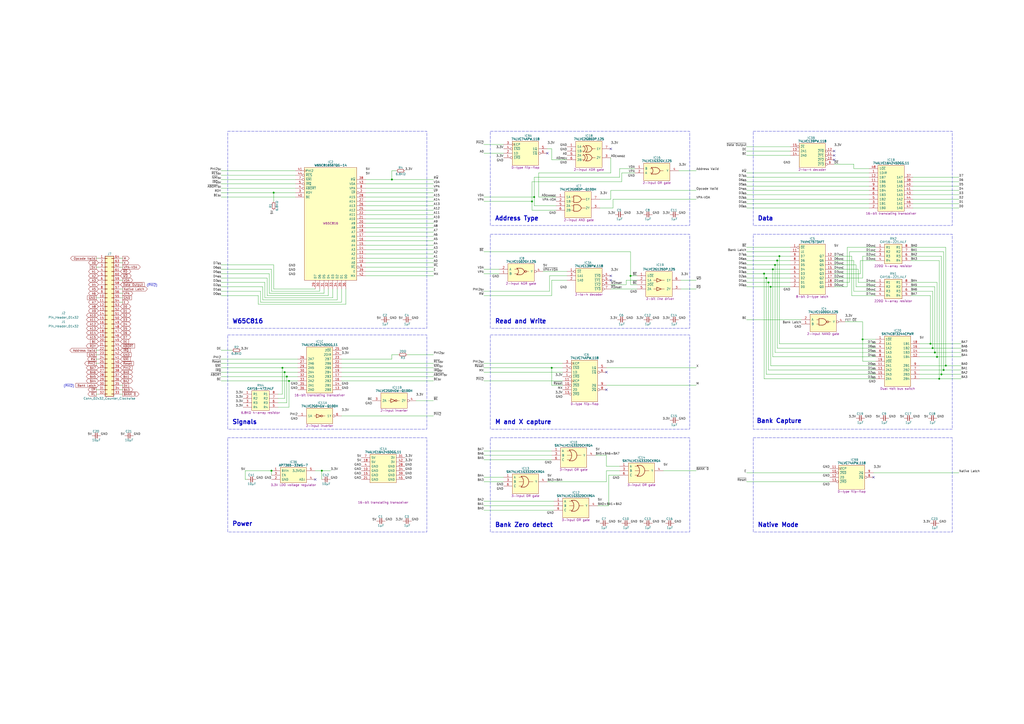
<source format=kicad_sch>
(kicad_sch (version 20250114) (generator "eeschema") (generator_version "9.0")
  (paper "A2")
  (title_block (title "HCP65 W65C816 Breakout") (date "2024-06-18") (rev "V2"))
  (lib_symbols
    (symbol "Bourns:CAY16-221J4LF" (pin_names (offset 0.762))
      (property "Reference" "RN" (at 10.16 5.08 0))
      (property "Value" "CAY16-221J4LF" (at 10.16 3.175 0))
      (property "Description" "220Ω 4-array resistor" (at 10.16 -10.795 0))
      (symbol "CAY16-221J4LF_0_0"
        (pin passive line (at 0 0 0) (length 5.08) (name "R1") (number "1"))
        (pin passive line (at 0 -2.54 0) (length 5.08) (name "R2") (number "2"))
        (pin passive line (at 0 -5.08 0) (length 5.08) (name "R3") (number "3"))
        (pin passive line (at 0 -7.62 0) (length 5.08) (name "R4") (number "4"))
        (pin passive line (at 20.32 0 180) (length 5.08) (name "R1") (number "8"))
        (pin passive line (at 20.32 -2.54 180) (length 5.08) (name "R2") (number "7"))
        (pin passive line (at 20.32 -5.08 180) (length 5.08) (name "R3") (number "6"))
        (pin passive line (at 20.32 -7.62 180) (length 5.08) (name "R4") (number "5"))
      )
    )
    (symbol "Bourns:CAY16-472J4LF" (pin_names (offset 0.762))
      (property "Reference" "RN" (at 10.16 5.08 0))
      (property "Value" "CAY16-472J4LF" (at 10.16 3.175 0))
      (property "Description" "4.7KΩ 4-array resistor" (at 10.16 -10.795 0))
      (symbol "CAY16-472J4LF_0_0"
        (pin passive line (at 0 0 0) (length 5.08) (name "R1") (number "1"))
        (pin passive line (at 0 -2.54 0) (length 5.08) (name "R2") (number "2"))
        (pin passive line (at 0 -5.08 0) (length 5.08) (name "R3") (number "3"))
        (pin passive line (at 0 -7.62 0) (length 5.08) (name "R4") (number "4"))
        (pin passive line (at 20.32 0 180) (length 5.08) (name "R1") (number "8"))
        (pin passive line (at 20.32 -2.54 180) (length 5.08) (name "R2") (number "7"))
        (pin passive line (at 20.32 -5.08 180) (length 5.08) (name "R3") (number "6"))
        (pin passive line (at 20.32 -7.62 180) (length 5.08) (name "R4") (number "5"))
      )
    )
    (symbol "Connector_Generic:Conn_02x32_Counter_Clockwise" (pin_names (offset 1.016) (hide yes))
      (property "Reference" "J" (at 1.27 40.64 0))
      (property "Value" "Conn_02x32_Counter_Clockwise" (at 1.27 -43.18 0))
      (symbol "Conn_02x32_Counter_Clockwise_1_1"
        (pin passive line (at -5.08 38.1 0) (length 3.81) (name "Pin_1") (number "1"))
        (pin passive line (at -5.08 35.56 0) (length 3.81) (name "Pin_2") (number "2"))
        (pin passive line (at -5.08 33.02 0) (length 3.81) (name "Pin_3") (number "3"))
        (pin passive line (at -5.08 30.48 0) (length 3.81) (name "Pin_4") (number "4"))
        (pin passive line (at -5.08 27.94 0) (length 3.81) (name "Pin_5") (number "5"))
        (pin passive line (at -5.08 25.4 0) (length 3.81) (name "Pin_6") (number "6"))
        (pin passive line (at -5.08 22.86 0) (length 3.81) (name "Pin_7") (number "7"))
        (pin passive line (at -5.08 20.32 0) (length 3.81) (name "Pin_8") (number "8"))
        (pin passive line (at -5.08 17.78 0) (length 3.81) (name "Pin_9") (number "9"))
        (pin passive line (at -5.08 15.24 0) (length 3.81) (name "Pin_10") (number "10"))
        (pin passive line (at -5.08 12.7 0) (length 3.81) (name "Pin_11") (number "11"))
        (pin passive line (at -5.08 10.16 0) (length 3.81) (name "Pin_12") (number "12"))
        (pin passive line (at -5.08 7.62 0) (length 3.81) (name "Pin_13") (number "13"))
        (pin passive line (at -5.08 5.08 0) (length 3.81) (name "Pin_14") (number "14"))
        (pin passive line (at -5.08 2.54 0) (length 3.81) (name "Pin_15") (number "15"))
        (pin passive line (at -5.08 0 0) (length 3.81) (name "Pin_16") (number "16"))
        (pin passive line (at -5.08 -2.54 0) (length 3.81) (name "Pin_17") (number "17"))
        (pin passive line (at -5.08 -5.08 0) (length 3.81) (name "Pin_18") (number "18"))
        (pin passive line (at -5.08 -7.62 0) (length 3.81) (name "Pin_19") (number "19"))
        (pin passive line (at -5.08 -10.16 0) (length 3.81) (name "Pin_20") (number "20"))
        (pin passive line (at -5.08 -12.7 0) (length 3.81) (name "Pin_21") (number "21"))
        (pin passive line (at -5.08 -15.24 0) (length 3.81) (name "Pin_22") (number "22"))
        (pin passive line (at -5.08 -17.78 0) (length 3.81) (name "Pin_23") (number "23"))
        (pin passive line (at -5.08 -20.32 0) (length 3.81) (name "Pin_24") (number "24"))
        (pin passive line (at -5.08 -22.86 0) (length 3.81) (name "Pin_25") (number "25"))
        (pin passive line (at -5.08 -25.4 0) (length 3.81) (name "Pin_26") (number "26"))
        (pin passive line (at -5.08 -27.94 0) (length 3.81) (name "Pin_27") (number "27"))
        (pin passive line (at -5.08 -30.48 0) (length 3.81) (name "Pin_28") (number "28"))
        (pin passive line (at -5.08 -33.02 0) (length 3.81) (name "Pin_29") (number "29"))
        (pin passive line (at -5.08 -35.56 0) (length 3.81) (name "Pin_30") (number "30"))
        (pin passive line (at -5.08 -38.1 0) (length 3.81) (name "Pin_31") (number "31"))
        (pin passive line (at -5.08 -40.64 0) (length 3.81) (name "Pin_32") (number "32"))
        (pin passive line (at 7.62 38.1 180) (length 3.81) (name "Pin_64") (number "64"))
        (pin passive line (at 7.62 35.56 180) (length 3.81) (name "Pin_63") (number "63"))
        (pin passive line (at 7.62 33.02 180) (length 3.81) (name "Pin_62") (number "62"))
        (pin passive line (at 7.62 30.48 180) (length 3.81) (name "Pin_61") (number "61"))
        (pin passive line (at 7.62 27.94 180) (length 3.81) (name "Pin_60") (number "60"))
        (pin passive line (at 7.62 25.4 180) (length 3.81) (name "Pin_59") (number "59"))
        (pin passive line (at 7.62 22.86 180) (length 3.81) (name "Pin_58") (number "58"))
        (pin passive line (at 7.62 20.32 180) (length 3.81) (name "Pin_57") (number "57"))
        (pin passive line (at 7.62 17.78 180) (length 3.81) (name "Pin_56") (number "56"))
        (pin passive line (at 7.62 15.24 180) (length 3.81) (name "Pin_55") (number "55"))
        (pin passive line (at 7.62 12.7 180) (length 3.81) (name "Pin_54") (number "54"))
        (pin passive line (at 7.62 10.16 180) (length 3.81) (name "Pin_53") (number "53"))
        (pin passive line (at 7.62 7.62 180) (length 3.81) (name "Pin_52") (number "52"))
        (pin passive line (at 7.62 5.08 180) (length 3.81) (name "Pin_51") (number "51"))
        (pin passive line (at 7.62 2.54 180) (length 3.81) (name "Pin_50") (number "50"))
        (pin passive line (at 7.62 0 180) (length 3.81) (name "Pin_49") (number "49"))
        (pin passive line (at 7.62 -2.54 180) (length 3.81) (name "Pin_48") (number "48"))
        (pin passive line (at 7.62 -5.08 180) (length 3.81) (name "Pin_47") (number "47"))
        (pin passive line (at 7.62 -7.62 180) (length 3.81) (name "Pin_46") (number "46"))
        (pin passive line (at 7.62 -10.16 180) (length 3.81) (name "Pin_45") (number "45"))
        (pin passive line (at 7.62 -12.7 180) (length 3.81) (name "Pin_44") (number "44"))
        (pin passive line (at 7.62 -15.24 180) (length 3.81) (name "Pin_43") (number "43"))
        (pin passive line (at 7.62 -17.78 180) (length 3.81) (name "Pin_42") (number "42"))
        (pin passive line (at 7.62 -20.32 180) (length 3.81) (name "Pin_41") (number "41"))
        (pin passive line (at 7.62 -22.86 180) (length 3.81) (name "Pin_40") (number "40"))
        (pin passive line (at 7.62 -25.4 180) (length 3.81) (name "Pin_39") (number "39"))
        (pin passive line (at 7.62 -27.94 180) (length 3.81) (name "Pin_38") (number "38"))
        (pin passive line (at 7.62 -30.48 180) (length 3.81) (name "Pin_37") (number "37"))
        (pin passive line (at 7.62 -33.02 180) (length 3.81) (name "Pin_36") (number "36"))
        (pin passive line (at 7.62 -35.56 180) (length 3.81) (name "Pin_35") (number "35"))
        (pin passive line (at 7.62 -38.1 180) (length 3.81) (name "Pin_34") (number "34"))
        (pin passive line (at 7.62 -40.64 180) (length 3.81) (name "Pin_33") (number "33"))
      )
    )
    (symbol "Diodes_Inc:AP7365-33WG-7" (pin_names (offset 0.762))
      (property "Reference" "IC" (at 12.7 5.08 0))
      (property "Value" "AP7365-33WG-7" (at 12.7 3.175 0))
      (property "Description" "3.3V LDO voltage regulator" (at 12.7 -8.255 0))
      (symbol "AP7365-33WG-7_0_0"
        (pin input line (at 0 -2.54 0) (length 5.08) (name "EN") (number "3"))
        (pin passive line (at 0 -5.08 0) (length 5.08) (name "GND") (number "2"))
        (pin passive line (at 25.4 -5.08 180) (length 5.08) (name "ADJ") (number "4"))
      )
      (symbol "AP7365-33WG-7_1_0"
        (pin passive line (at 0 0 0) (length 5.08) (name "6VIn") (number "1"))
        (pin passive line (at 25.4 0 180) (length 5.08) (name "3.3VOut") (number "5"))
      )
    )
    (symbol "HCP65:C_0805" (pin_numbers (hide yes)) (pin_names (offset 0.254) (hide yes))
      (property "Reference" "C" (at 2.286 2.54 0))
      (property "Value" "?μF" (at 2.54 -2.54 0))
      (symbol "C_0805_1_1"
        (pin passive line (at 0 0 0) (length 2.032) (name "~") (number "1"))
        (pin passive line (at 5.08 0 180) (length 2.032) (name "~") (number "2"))
      )
    )
    (symbol "HCP65:Pin_Header_01x32" (pin_names (offset 1.016) (hide yes))
      (property "Reference" "J" (at 0 1.27 0))
      (property "Value" "Pin_Header_01x32" (at 0 -1.27 0))
    )
    (symbol "HCP65:R_0805" (pin_numbers (hide yes)) (pin_names (hide yes))
      (property "Reference" "R" (at 2.54 1.778 0))
      (property "Value" "?Ω" (at 2.54 -1.905 0))
      (symbol "R_0805_1_1"
        (pin passive line (at 0 0 0) (length 0.72) (name "~") (number "1"))
        (pin passive line (at 5.08 0 180) (length 0.72) (name "~") (number "2"))
      )
    )
    (symbol "Nexperia:74ALVC164245DGG,11_Multi" (pin_names (offset 0.762))
      (property "Reference" "IC" (at 12.7 5.08 0))
      (property "Value" "74ALVC164245DGG,11" (at 12.7 3.175 0))
      (property "Description" "16-bit translating transceiver" (at 12.7 -26.035 0))
      (symbol "74ALVC164245DGG,11_Multi_1_0"
        (pin passive line (at 0 0 0) (length 5.08) (name "5V") (number "7"))
        (pin passive line (at 0 -2.54 0) (length 5.08) (name "5V") (number "18"))
        (pin passive line (at 0 -5.08 0) (length 5.08) (name "GND") (number "4"))
        (pin passive line (at 0 -7.62 0) (length 5.08) (name "GND") (number "10"))
        (pin passive line (at 0 -10.16 0) (length 5.08) (name "GND") (number "15"))
        (pin passive line (at 0 -12.7 0) (length 5.08) (name "GND") (number "21"))
        (pin passive line (at 25.4 0 180) (length 5.08) (name "3V") (number "31"))
        (pin passive line (at 25.4 -2.54 180) (length 5.08) (name "3V") (number "42"))
        (pin passive line (at 25.4 -5.08 180) (length 5.08) (name "GND") (number "28"))
        (pin passive line (at 25.4 -7.62 180) (length 5.08) (name "GND") (number "34"))
        (pin passive line (at 25.4 -10.16 180) (length 5.08) (name "GND") (number "39"))
        (pin passive line (at 25.4 -12.7 180) (length 5.08) (name "GND") (number "45"))
      )
      (symbol "74ALVC164245DGG,11_Multi_2_0"
        (pin input line (at 0 0 0) (length 5.08) (name "1~{OE}") (number "48"))
        (pin input line (at 0 -2.54 0) (length 5.08) (name "1DIR") (number "1"))
        (pin bidirectional line (at 0 -5.08 0) (length 5.08) (name "1B7") (number "12"))
        (pin bidirectional line (at 0 -7.62 0) (length 5.08) (name "1B6") (number "11"))
        (pin bidirectional line (at 0 -10.16 0) (length 5.08) (name "1B5") (number "9"))
        (pin bidirectional line (at 0 -12.7 0) (length 5.08) (name "1B4") (number "8"))
        (pin bidirectional line (at 0 -15.24 0) (length 5.08) (name "1B3") (number "6"))
        (pin bidirectional line (at 0 -17.78 0) (length 5.08) (name "1B2") (number "5"))
        (pin bidirectional line (at 0 -20.32 0) (length 5.08) (name "1B1") (number "3"))
        (pin bidirectional line (at 0 -22.86 0) (length 5.08) (name "1B0") (number "2"))
        (pin bidirectional line (at 25.4 -5.08 180) (length 5.08) (name "1A7") (number "37"))
        (pin bidirectional line (at 25.4 -7.62 180) (length 5.08) (name "1A6") (number "38"))
        (pin bidirectional line (at 25.4 -10.16 180) (length 5.08) (name "1A5") (number "40"))
        (pin bidirectional line (at 25.4 -12.7 180) (length 5.08) (name "1A4") (number "41"))
        (pin bidirectional line (at 25.4 -15.24 180) (length 5.08) (name "1A3") (number "43"))
        (pin bidirectional line (at 25.4 -17.78 180) (length 5.08) (name "1A2") (number "44"))
        (pin bidirectional line (at 25.4 -20.32 180) (length 5.08) (name "1A1") (number "46"))
        (pin bidirectional line (at 25.4 -22.86 180) (length 5.08) (name "1A0") (number "47"))
      )
      (symbol "74ALVC164245DGG,11_Multi_3_0"
        (pin input line (at 0 0 0) (length 5.08) (name "2~{OE}") (number "25"))
        (pin input line (at 0 -2.54 0) (length 5.08) (name "2DIR") (number "24"))
        (pin bidirectional line (at 0 -5.08 0) (length 5.08) (name "2B7") (number "23"))
        (pin bidirectional line (at 0 -7.62 0) (length 5.08) (name "2B6") (number "22"))
        (pin bidirectional line (at 0 -10.16 0) (length 5.08) (name "2B5") (number "20"))
        (pin bidirectional line (at 0 -12.7 0) (length 5.08) (name "2B4") (number "19"))
        (pin bidirectional line (at 0 -15.24 0) (length 5.08) (name "2B3") (number "17"))
        (pin bidirectional line (at 0 -17.78 0) (length 5.08) (name "2B2") (number "16"))
        (pin bidirectional line (at 0 -20.32 0) (length 5.08) (name "2B1") (number "14"))
        (pin bidirectional line (at 0 -22.86 0) (length 5.08) (name "2B0") (number "13"))
        (pin bidirectional line (at 25.4 -5.08 180) (length 5.08) (name "2A7") (number "26"))
        (pin bidirectional line (at 25.4 -7.62 180) (length 5.08) (name "2A6") (number "27"))
        (pin bidirectional line (at 25.4 -10.16 180) (length 5.08) (name "2A5") (number "29"))
        (pin bidirectional line (at 25.4 -12.7 180) (length 5.08) (name "2A4") (number "30"))
        (pin bidirectional line (at 25.4 -15.24 180) (length 5.08) (name "2A3") (number "32"))
        (pin bidirectional line (at 25.4 -17.78 180) (length 5.08) (name "2A2") (number "33"))
        (pin bidirectional line (at 25.4 -20.32 180) (length 5.08) (name "2A1") (number "35"))
        (pin bidirectional line (at 25.4 -22.86 180) (length 5.08) (name "2A0") (number "36"))
      )
    )
    (symbol "Nexperia:74LVC139PW,118_Multi" (pin_names (offset 0.762))
      (property "Reference" "IC" (at 12.065 5.08 0))
      (property "Value" "74LVC139PW,118" (at 12.7 3.175 0))
      (property "Description" "2-to-4 decoder" (at 12.7 -13.335 0))
      (symbol "74LVC139PW,118_Multi_0_0"
        (pin passive line (at 0 -10.16 0) (length 5.08) (hide yes) (name "GND") (number "8"))
        (pin passive line (at 25.4 0 180) (length 5.08) (hide yes) (name "3V") (number "16"))
      )
      (symbol "74LVC139PW,118_Multi_1_0"
        (pin passive line (at 0 -2.54 0) (length 5.08) (name "1A1") (number "3"))
        (pin passive inverted (at 25.4 -2.54 180) (length 5.08) (name "~{1Y0}") (number "4"))
        (pin passive inverted (at 25.4 -5.08 180) (length 5.08) (name "~{1Y1}") (number "5"))
        (pin passive inverted (at 25.4 -7.62 180) (length 5.08) (name "~{1Y2}") (number "6"))
        (pin passive inverted (at 25.4 -10.16 180) (length 5.08) (name "~{1Y3}") (number "7"))
      )
      (symbol "74LVC139PW,118_Multi_1_1"
        (pin passive inverted (at 0 0 0) (length 5.08) (name "~{1E}") (number "1"))
        (pin passive line (at 0 -5.08 0) (length 5.08) (name "1A0") (number "2"))
      )
      (symbol "74LVC139PW,118_Multi_2_0"
        (pin passive inverted (at 0 0 0) (length 5.08) (name "~{2E}") (number "15"))
        (pin passive line (at 0 -2.54 0) (length 5.08) (name "2A1") (number "13"))
        (pin passive line (at 0 -5.08 0) (length 5.08) (name "2A0") (number "14"))
        (pin passive inverted (at 25.4 -2.54 180) (length 5.08) (name "~{2Y0}") (number "12"))
        (pin passive inverted (at 25.4 -5.08 180) (length 5.08) (name "~{2Y1}") (number "11"))
        (pin passive inverted (at 25.4 -7.62 180) (length 5.08) (name "~{2Y2}") (number "10"))
        (pin passive inverted (at 25.4 -10.16 180) (length 5.08) (name "~{2Y3}") (number "9"))
      )
    )
    (symbol "Nexperia:74LVC1G00GV,125" (pin_names (offset 0.762))
      (property "Reference" "IC" (at 11.43 6.35 0))
      (property "Value" "74LVC1G00GV,125" (at 3.81 4.445 0))
      (property "Description" "2-Input NAND gate" (at 12.7 -8.255 0))
      (symbol "74LVC1G00GV,125_0_0"
        (pin input line (at 0 0 0) (length 5.08) (name "A") (number "2"))
        (pin input line (at 0 -2.54 0) (length 5.08) (name "B") (number "1"))
        (pin passive line (at 0 -5.08 0) (length 5.08) (hide yes) (name "GND") (number "3"))
        (pin passive line (at 25.4 1.27 180) (length 5.08) (hide yes) (name "3V") (number "5"))
        (pin output inverted (at 25.4 -1.27 180) (length 5.08) (name "Y") (number "4"))
      )
    )
    (symbol "Nexperia:74LVC1G02GV,125" (pin_names (offset 0.762))
      (property "Reference" "IC" (at 11.43 6.35 0))
      (property "Value" "74LVC1G02GV,125" (at 3.81 4.445 0))
      (property "Description" "2-input NOR gate" (at 3.81 -8.255 0))
      (symbol "74LVC1G02GV,125_0_0"
        (pin input line (at 0 0 0) (length 5.08) (name "A") (number "2"))
        (pin input line (at 0 -2.54 0) (length 5.08) (name "B") (number "1"))
        (pin passive line (at 0 -5.08 0) (length 5.08) (hide yes) (name "GND") (number "3"))
        (pin passive line (at 25.4 1.27 180) (length 5.08) (hide yes) (name "3V") (number "5"))
        (pin output inverted (at 25.4 -1.27 180) (length 5.08) (name "Y") (number "4"))
      )
    )
    (symbol "Nexperia:74LVC1G32GV,125" (pin_names (offset 0.762))
      (property "Reference" "IC" (at 12.7 6.35 0))
      (property "Value" "74LVC1G32GV,125" (at 12.7 4.445 0))
      (property "Description" "2-input OR gate" (at 12.7 -8.255 0))
      (symbol "74LVC1G32GV,125_0_0"
        (pin input line (at 0 0 0) (length 5.08) (name "B") (number "1"))
        (pin input line (at 0 -2.54 0) (length 5.08) (name "A") (number "2"))
        (pin passive line (at 0 -5.08 0) (length 5.08) (hide yes) (name "GND") (number "3"))
        (pin passive line (at 25.4 1.27 180) (length 5.08) (hide yes) (name "3V") (number "5"))
        (pin output line (at 25.4 -1.27 180) (length 5.08) (name "Y") (number "4"))
      )
    )
    (symbol "Nexperia:74LVC2G04GW-Q100H_Multi" (pin_names (offset 0.762))
      (property "Reference" "IC" (at 11.43 7.62 0))
      (property "Value" "74LVC2G04GW-Q100H" (at 12.7 5.715 0))
      (property "Description" "2-input inverter" (at 12.7 -5.715 0))
      (symbol "74LVC2G04GW-Q100H_Multi_0_0"
        (pin passive line (at 0 -2.54 0) (length 5.08) (hide yes) (name "GND") (number "2"))
        (pin passive line (at 25.4 2.54 180) (length 5.08) (hide yes) (name "3V") (number "5"))
      )
      (symbol "74LVC2G04GW-Q100H_Multi_1_0"
        (pin input line (at 0 0 0) (length 5.08) (name "1A") (number "1"))
        (pin output inverted (at 25.4 0 180) (length 5.08) (name "1Y") (number "6"))
      )
      (symbol "74LVC2G04GW-Q100H_Multi_2_0"
        (pin input line (at 0 0 0) (length 5.08) (name "2A") (number "3"))
        (pin output inverted (at 25.4 0 180) (length 5.08) (name "2Y") (number "4"))
      )
    )
    (symbol "Nexperia:74LVC2G08DP-Q100H" (pin_names (offset 0.762))
      (property "Reference" "IC" (at 11.43 6.35 0))
      (property "Value" "74LVC2G08DP-Q100H" (at 12.7 4.445 0))
      (property "Description" "2-input AND gate" (at 4.445 -13.335 0))
      (symbol "74LVC2G08DP-Q100H_0_0"
        (pin input line (at 0 0 0) (length 5.08) (name "1A") (number "1"))
        (pin input line (at 0 -2.54 0) (length 5.08) (name "1B") (number "2"))
        (pin input line (at 0 -5.08 0) (length 5.08) (name "2A") (number "5"))
        (pin input line (at 0 -7.62 0) (length 5.08) (name "2B") (number "6"))
        (pin passive line (at 0 -10.16 0) (length 5.08) (hide yes) (name "GND") (number "4"))
        (pin passive line (at 25.4 1.27 180) (length 5.08) (hide yes) (name "3V") (number "8"))
        (pin output line (at 25.4 -1.27 180) (length 5.08) (name "1Y") (number "7"))
        (pin output line (at 25.4 -6.35 180) (length 5.08) (name "2Y") (number "3"))
      )
    )
    (symbol "Nexperia:74LVC2G125DP,125" (pin_names (offset 0.762))
      (property "Reference" "IC" (at 13.335 6.35 0))
      (property "Value" "74LVC2G125DP,125" (at 12.7 3.81 0))
      (property "Description" "2-bit line driver" (at 13.335 -13.335 0))
      (symbol "74LVC2G125DP,125_0_0"
        (pin input line (at 0 0 0) (length 5.08) (name "1~{OE}") (number "1"))
        (pin input line (at 0 -2.54 0) (length 5.08) (name "1A") (number "2"))
        (pin input line (at 0 -5.08 0) (length 5.08) (name "2~{OE}") (number "7"))
        (pin input line (at 0 -7.62 0) (length 5.08) (name "2A") (number "5"))
        (pin output line (at 25.4 -2.54 180) (length 5.08) (name "1Y") (number "6"))
        (pin output line (at 25.4 -7.62 180) (length 5.08) (name "2Y") (number "3"))
      )
      (symbol "74LVC2G125DP,125_1_0"
        (pin passive line (at 0 -10.16 0) (length 5.08) (hide yes) (name "GND") (number "4"))
        (pin passive line (at 25.4 0 180) (length 5.08) (hide yes) (name "VCC") (number "8"))
      )
    )
    (symbol "Nexperia:74LVC2G86DP,125" (pin_names (offset 0.762))
      (property "Reference" "IC" (at 12.7 6.35 0))
      (property "Value" "74LVC2G86DP,125" (at 12.7 4.445 0))
      (property "Description" "2-input XOR gate" (at 12.7 -13.335 0))
      (symbol "74LVC2G86DP,125_1_0"
        (pin input line (at 0 0 0) (length 5.08) (name "1A") (number "1"))
        (pin input line (at 0 -2.54 0) (length 5.08) (name "1B") (number "2"))
        (pin input line (at 0 -5.08 0) (length 5.08) (name "2A") (number "5"))
        (pin input line (at 0 -7.62 0) (length 5.08) (name "2B") (number "6"))
        (pin passive line (at 0 -10.16 0) (length 5.08) (hide yes) (name "GND") (number "4"))
        (pin passive line (at 25.4 1.27 180) (length 5.08) (hide yes) (name "VCC") (number "8"))
        (pin output line (at 25.4 -1.27 180) (length 5.08) (name "1Y") (number "7"))
        (pin output line (at 25.4 -6.35 180) (length 5.08) (name "2Y") (number "3"))
      )
    )
    (symbol "Nexperia:74LVC74APW,118" (pin_names (offset 0.762))
      (property "Reference" "IC" (at 12.065 5.08 0))
      (property "Value" "74LVC74APW,118" (at 12.7 3.175 0))
      (property "Description" "D-type flip-flop" (at 12.7 -23.495 0))
      (symbol "74LVC74APW,118_0_0"
        (pin input clock (at 0 0 0) (length 5.08) (name "1CP") (number "3"))
        (pin input inverted (at 0 -2.54 0) (length 5.08) (name "~{1SD}") (number "4"))
        (pin input line (at 0 -5.08 0) (length 5.08) (name "1D") (number "2"))
        (pin input inverted (at 0 -7.62 0) (length 5.08) (name "~{1RD}") (number "1"))
        (pin input clock (at 0 -10.16 0) (length 5.08) (name "2CP") (number "11"))
        (pin input inverted (at 0 -12.7 0) (length 5.08) (name "~{2SD}") (number "10"))
        (pin input line (at 0 -15.24 0) (length 5.08) (name "2D") (number "12"))
        (pin input inverted (at 0 -17.78 0) (length 5.08) (name "~{2RD}") (number "13"))
        (pin passive line (at 0 -20.32 0) (length 5.08) (hide yes) (name "GND") (number "7"))
        (pin passive line (at 25.4 0 180) (length 5.08) (hide yes) (name "3V") (number "14"))
        (pin output line (at 25.4 -2.54 180) (length 5.08) (name "1Q") (number "5"))
        (pin output inverted (at 25.4 -5.08 180) (length 5.08) (name "~{1Q}") (number "6"))
        (pin output line (at 25.4 -12.7 180) (length 5.08) (name "2Q") (number "9"))
        (pin output inverted (at 25.4 -15.24 180) (length 5.08) (name "~{2Q}") (number "8"))
      )
    )
    (symbol "Nexperia:74LVC74APW,118_Multi" (pin_names (offset 0.762))
      (property "Reference" "IC" (at 12.065 5.08 0))
      (property "Value" "74LVC74APW,118" (at 12.7 3.175 0))
      (property "Description" "D-type flip-flop" (at 12.7 -13.335 0))
      (symbol "74LVC74APW,118_Multi_0_0"
        (pin passive line (at 0 -10.16 0) (length 5.08) (hide yes) (name "GND") (number "7"))
        (pin passive line (at 25.4 0 180) (length 5.08) (hide yes) (name "3V") (number "14"))
      )
      (symbol "74LVC74APW,118_Multi_1_0"
        (pin input clock (at 0 0 0) (length 5.08) (name "1CP") (number "3"))
        (pin input inverted (at 0 -2.54 0) (length 5.08) (name "~{1SD}") (number "4"))
        (pin input line (at 0 -5.08 0) (length 5.08) (name "1D") (number "2"))
        (pin input inverted (at 0 -7.62 0) (length 5.08) (name "~{1RD}") (number "1"))
        (pin output line (at 25.4 -2.54 180) (length 5.08) (name "1Q") (number "5"))
        (pin output inverted (at 25.4 -5.08 180) (length 5.08) (name "~{1Q}") (number "6"))
      )
      (symbol "74LVC74APW,118_Multi_2_0"
        (pin input clock (at 0 0 0) (length 5.08) (name "2CP") (number "11"))
        (pin input inverted (at 0 -2.54 0) (length 5.08) (name "~{2SD}") (number "10"))
        (pin input line (at 0 -5.08 0) (length 5.08) (name "2D") (number "12"))
        (pin input inverted (at 0 -7.62 0) (length 5.08) (name "~{2RD}") (number "13"))
        (pin output line (at 25.4 -2.54 180) (length 5.08) (name "2Q") (number "9"))
        (pin output inverted (at 25.4 -5.08 180) (length 5.08) (name "~{2Q}") (number "8"))
      )
    )
    (symbol "Texas_Instruments:SN74CBT3244CPWR"
      (property "Reference" "IC" (at 12.7 5.08 0))
      (property "Value" "SN74CBT3244CPWR" (at 12.7 3.175 0))
      (property "Description" "Dual 4bit bus switch" (at 12.7 -28.575 0))
      (symbol "SN74CBT3244CPWR_0_0"
        (pin input line (at 0 0 0) (length 5.08) (name "1~{OE}") (number "1"))
        (pin passive line (at 0 -2.54 0) (length 5.08) (name "1A1") (number "2"))
        (pin passive line (at 0 -5.08 0) (length 5.08) (name "1A2") (number "4"))
        (pin passive line (at 0 -7.62 0) (length 5.08) (name "1A3") (number "6"))
        (pin passive line (at 0 -10.16 0) (length 5.08) (name "1A4") (number "8"))
        (pin input line (at 0 -12.7 0) (length 5.08) (name "2~{OE}") (number "19"))
        (pin passive line (at 0 -15.24 0) (length 5.08) (name "2A1") (number "11"))
        (pin passive line (at 0 -17.78 0) (length 5.08) (name "2A2") (number "13"))
        (pin passive line (at 0 -20.32 0) (length 5.08) (name "2A3") (number "15"))
        (pin passive line (at 0 -22.86 0) (length 5.08) (name "2A4") (number "17"))
        (pin passive line (at 0 -25.4 0) (length 5.08) (hide yes) (name "GND") (number "10"))
        (pin passive line (at 25.4 0 180) (length 5.08) (hide yes) (name "5V") (number "20"))
        (pin passive line (at 25.4 -2.54 180) (length 5.08) (name "1B1") (number "18"))
        (pin passive line (at 25.4 -5.08 180) (length 5.08) (name "1B2") (number "16"))
        (pin passive line (at 25.4 -7.62 180) (length 5.08) (name "1B3") (number "14"))
        (pin passive line (at 25.4 -10.16 180) (length 5.08) (name "1B4") (number "12"))
        (pin passive line (at 25.4 -15.24 180) (length 5.08) (name "2B1") (number "9"))
        (pin passive line (at 25.4 -17.78 180) (length 5.08) (name "2B2") (number "7"))
        (pin passive line (at 25.4 -20.32 180) (length 5.08) (name "2B3") (number "5"))
        (pin passive line (at 25.4 -22.86 180) (length 5.08) (name "2B4") (number "3"))
      )
    )
    (symbol "Texas_Instruments:SN74LVC1G332DCKRG4" (pin_names (offset 0.762))
      (property "Reference" "IC" (at 12.7 5.08 0))
      (property "Value" "SN74LVC1G332DCKRG4" (at 12.7 3.175 0))
      (property "Description" "3-input OR gate" (at 12.7 -10.795 0))
      (symbol "SN74LVC1G332DCKRG4_0_0"
        (pin input line (at 0 0 0) (length 5.08) (name "A") (number "1"))
        (pin input line (at 0 -2.54 0) (length 5.08) (name "B") (number "3"))
        (pin input line (at 0 -5.08 0) (length 5.08) (name "C") (number "6"))
        (pin passive line (at 0 -7.62 0) (length 5.08) (hide yes) (name "GND") (number "2"))
        (pin passive line (at 25.4 0 180) (length 5.08) (hide yes) (name "3V") (number "5"))
      )
      (symbol "SN74LVC1G332DCKRG4_1_0"
        (pin output line (at 25.4 -2.54 180) (length 5.08) (name "Y") (number "4"))
      )
    )
    (symbol "Toshiba:74VHCT573AFT" (pin_names (offset 0.762))
      (property "Reference" "IC" (at 12.7 5.08 0))
      (property "Value" "74VHCT573AFT" (at 12.7 3.175 0))
      (property "Description" "8-bit D-type latch" (at 12.7 -28.575 0))
      (symbol "74VHCT573AFT_0_0"
        (pin input inverted (at 0 0 0) (length 5.08) (name "~{OE}") (number "1"))
        (pin input line (at 0 -2.54 0) (length 5.08) (name "LE") (number "11"))
        (pin input line (at 0 -5.08 0) (length 5.08) (name "D7") (number "9"))
        (pin input line (at 0 -7.62 0) (length 5.08) (name "D6") (number "8"))
        (pin input line (at 0 -10.16 0) (length 5.08) (name "D5") (number "7"))
        (pin input line (at 0 -12.7 0) (length 5.08) (name "D4") (number "6"))
        (pin input line (at 0 -15.24 0) (length 5.08) (name "D3") (number "5"))
        (pin input line (at 0 -17.78 0) (length 5.08) (name "D2") (number "4"))
        (pin input line (at 0 -20.32 0) (length 5.08) (name "D1") (number "3"))
        (pin input line (at 0 -22.86 0) (length 5.08) (name "D0") (number "2"))
        (pin passive line (at 0 -25.4 0) (length 5.08) (hide yes) (name "GND") (number "10"))
        (pin passive line (at 25.4 0 180) (length 5.08) (hide yes) (name "5V") (number "20"))
        (pin tri_state line (at 25.4 -5.08 180) (length 5.08) (name "Q7") (number "12"))
        (pin tri_state line (at 25.4 -7.62 180) (length 5.08) (name "Q6") (number "13"))
        (pin tri_state line (at 25.4 -10.16 180) (length 5.08) (name "Q5") (number "14"))
        (pin tri_state line (at 25.4 -12.7 180) (length 5.08) (name "Q4") (number "15"))
        (pin tri_state line (at 25.4 -15.24 180) (length 5.08) (name "Q3") (number "16"))
        (pin tri_state line (at 25.4 -17.78 180) (length 5.08) (name "Q2") (number "17"))
        (pin tri_state line (at 25.4 -20.32 180) (length 5.08) (name "Q1") (number "18"))
        (pin tri_state line (at 25.4 -22.86 180) (length 5.08) (name "Q0") (number "19"))
      )
    )
    (symbol "WDC:W65C816S6TQG-14" (pin_names (offset 0.762))
      (property "Reference" "IC" (at 20.32 5.08 0))
      (property "Value" "W65C816S6TQG-14" (at 20.32 3.175 0))
      (property "Description" "W65C816" (at 20.32 -30.48 0))
      (symbol "W65C816S6TQG-14_0_0"
        (pin input clock (at 0 0 0) (length 5.08) (name "PHI2") (number "41"))
        (pin input inverted (at 0 -2.54 0) (length 5.08) (name "~{RES}") (number "44"))
        (pin input inverted (at 0 -5.08 0) (length 5.08) (name "~{NMI}") (number "7"))
        (pin input inverted (at 0 -7.62 0) (length 5.08) (name "~{IRQ}") (number "5"))
        (pin input inverted (at 0 -10.16 0) (length 5.08) (name "~{ABORT}") (number "4"))
        (pin bidirectional line (at 0 -12.7 0) (length 5.08) (name "RDY") (number "3"))
        (pin input line (at 0 -15.24 0) (length 5.08) (name "BE") (number "40"))
        (pin no_connect line (at 0 -53.34 0) (length 5.08) (hide yes) (name "NC") (number "12"))
        (pin passive line (at 0 -55.88 0) (length 5.08) (hide yes) (name "GND") (number "1"))
        (pin passive line (at 0 -58.42 0) (length 5.08) (hide yes) (name "GND") (number "23"))
        (pin passive line (at 0 -60.96 0) (length 5.08) (hide yes) (name "GND") (number "24"))
        (pin tri_state line (at 11.43 -68.58 90) (length 5.08) (name "D7") (number "29"))
        (pin tri_state line (at 13.97 -68.58 90) (length 5.08) (name "D6") (number "30"))
        (pin tri_state line (at 16.51 -68.58 90) (length 5.08) (name "D5") (number "31"))
        (pin tri_state line (at 19.05 -68.58 90) (length 5.08) (name "D4") (number "32"))
        (pin tri_state line (at 21.59 -68.58 90) (length 5.08) (name "D3") (number "33"))
        (pin tri_state line (at 24.13 -68.58 90) (length 5.08) (name "D2") (number "34"))
        (pin tri_state line (at 26.67 -68.58 90) (length 5.08) (name "D1") (number "35"))
        (pin tri_state line (at 29.21 -68.58 90) (length 5.08) (name "D0") (number "36"))
        (pin passive line (at 40.64 0 180) (length 5.08) (hide yes) (name "VCC") (number "9"))
        (pin passive line (at 40.64 -2.54 180) (length 5.08) (hide yes) (name "VCC") (number "37"))
        (pin output line (at 40.64 -5.08 180) (length 5.08) (name "R~{W}") (number "38"))
        (pin output line (at 40.64 -7.62 180) (length 5.08) (name "VDA") (number "43"))
        (pin output line (at 40.64 -10.16 180) (length 5.08) (name "VPA") (number "8"))
        (pin output inverted (at 40.64 -12.7 180) (length 5.08) (name "~{VP}") (number "2"))
        (pin output line (at 40.64 -15.24 180) (length 5.08) (name "A15") (number "28"))
        (pin output line (at 40.64 -17.78 180) (length 5.08) (name "A14") (number "27"))
        (pin output line (at 40.64 -20.32 180) (length 5.08) (name "A13") (number "26"))
        (pin output line (at 40.64 -22.86 180) (length 5.08) (name "A12") (number "25"))
        (pin output line (at 40.64 -25.4 180) (length 5.08) (name "A11") (number "22"))
        (pin output line (at 40.64 -27.94 180) (length 5.08) (name "A10") (number "21"))
        (pin output line (at 40.64 -30.48 180) (length 5.08) (name "A9") (number "20"))
        (pin output line (at 40.64 -33.02 180) (length 5.08) (name "A8") (number "19"))
        (pin output line (at 40.64 -35.56 180) (length 5.08) (name "A7") (number "18"))
        (pin output line (at 40.64 -38.1 180) (length 5.08) (name "A6") (number "17"))
        (pin output line (at 40.64 -40.64 180) (length 5.08) (name "A5") (number "16"))
        (pin output line (at 40.64 -43.18 180) (length 5.08) (name "A4") (number "15"))
        (pin output line (at 40.64 -45.72 180) (length 5.08) (name "A3") (number "14"))
        (pin output line (at 40.64 -48.26 180) (length 5.08) (name "A2") (number "13"))
        (pin output line (at 40.64 -50.8 180) (length 5.08) (name "A1") (number "11"))
        (pin output line (at 40.64 -53.34 180) (length 5.08) (name "A0") (number "10"))
        (pin output inverted (at 40.64 -55.88 180) (length 5.08) (name "~{ML}") (number "6"))
        (pin output line (at 40.64 -58.42 180) (length 5.08) (name "E") (number "39"))
        (pin output line (at 40.64 -60.96 180) (length 5.08) (name "MX") (number "42"))
      )
    )
  )
  (rectangle (start 436.88 135.89) (end 552.45 248.92) (stroke (width 0) (type dash)))
  (rectangle (start 284.48 135.89) (end 400.05 190.5) (stroke (width 0) (type dash)))
  (rectangle (start 284.48 254) (end 400.05 308.61) (stroke (width 0) (type dash)))
  (rectangle (start 132.08 194.31) (end 247.65 248.92) (stroke (width 0) (type dash)))
  (rectangle (start 284.48 194.31) (end 400.05 248.92) (stroke (width 0) (type dash)))
  (rectangle (start 132.08 76.2) (end 247.65 190.5) (stroke (width 0) (type dash)))
  (rectangle (start 132.08 254) (end 247.65 308.61) (stroke (width 0) (type dash)))
  (rectangle (start 436.88 76.2) (end 552.45 130.81) (stroke (width 0) (type dash)))
  (rectangle (start 436.88 254) (end 552.45 308.61) (stroke (width 0) (type dash)))
  (rectangle (start 284.48 76.2) (end 400.05 130.81) (stroke (width 0) (type dash)))
  (text "(~{PHI2})" (at 36.83 224.79 0) (effects (font (size 1.27 1.27)) (justify left bottom)))
  (text "Power" (at 134.62 305.435 0) (effects (font (size 2.54 2.54) (thickness 0.508) (bold yes)) (justify left bottom)))
  (text "Address Type" (at 287.02 128.27 0) (effects (font (size 2.54 2.54) (thickness 0.508) (bold yes)) (justify left bottom)))
  (text "Bank Capture" (at 438.785 245.745 0) (effects (font (size 2.54 2.54) (thickness 0.508) (bold yes)) (justify left bottom)))
  (text "Signals" (at 134.62 246.38 0) (effects (font (size 2.54 2.54) (thickness 0.508) (bold yes)) (justify left bottom)))
  (text "Read and Write" (at 287.02 187.96 0) (effects (font (size 2.54 2.54) (thickness 0.508) (bold yes)) (justify left bottom)))
  (text "Data" (at 439.42 128.27 0) (effects (font (size 2.54 2.54) (thickness 0.508) (bold yes)) (justify left bottom)))
  (text "(~{PHI2})" (at 85.09 166.37 0) (effects (font (size 1.27 1.27)) (justify left bottom)))
  (text "Bank Zero detect" (at 287.02 306.07 0) (effects (font (size 2.54 2.54) (thickness 0.508) (bold yes)) (justify left bottom)))
  (text "Native Mode" (at 439.42 306.07 0) (effects (font (size 2.54 2.54) (thickness 0.508) (bold yes)) (justify left bottom)))
  (text "W65C816" (at 134.62 187.96 0) (effects (font (size 2.54 2.54) (thickness 0.508) (bold yes)) (justify left bottom)))
  (text "M and X capture" (at 287.02 246.38 0) (effects (font (size 2.54 2.54) (thickness 0.508) (bold yes)) (justify left bottom)))
  (junction (at 541.02 201.93))
  (junction (at 167.64 220.98))
  (junction (at 445.77 163.83))
  (junction (at 365.76 160.02))
  (junction (at 448.31 156.21))
  (junction (at 227.33 104.14))
  (junction (at 443.23 158.75))
  (junction (at 320.04 213.36))
  (junction (at 157.48 273.05))
  (junction (at 452.12 148.59))
  (junction (at 158.75 111.76))
  (junction (at 548.64 212.09))
  (junction (at 309.88 114.3))
  (junction (at 450.85 151.13))
  (junction (at 186.69 273.05))
  (junction (at 500.38 196.85))
  (junction (at 449.58 153.67))
  (junction (at 546.1 217.17))
  (junction (at 539.75 199.39))
  (junction (at 447.04 166.37))
  (junction (at 544.83 219.71))
  (junction (at 165.1 215.9))
  (junction (at 547.37 214.63))
  (junction (at 166.37 218.44))
  (junction (at 543.56 207.01))
  (junction (at 308.61 116.84))
  (junction (at 542.29 204.47))
  (junction (at 163.83 213.36))
  (junction (at 444.5 161.29))
  (no_connect (at 354.33 160.02))
  (no_connect (at 182.88 278.13))
  (no_connect (at 317.5 88.9))
  (no_connect (at 351.79 215.9))
  (no_connect (at 483.87 90.17))
  (no_connect (at 506.73 276.86))
  (no_connect (at 483.87 92.71))
  (no_connect (at 354.33 162.56))
  (no_connect (at 483.87 87.63))
  (no_connect (at 354.33 86.36))
  (no_connect (at 351.79 226.06))
  (wire (pts (xy 320.04 92.71) (xy 328.93 92.71)))
  (wire (pts (xy 251.46 119.38) (xy 212.09 119.38)))
  (wire (pts (xy 363.22 162.56) (xy 369.57 162.56)))
  (wire (pts (xy 227.33 208.28) (xy 198.12 208.28)))
  (wire (pts (xy 251.46 154.94) (xy 212.09 154.94)))
  (wire (pts (xy 280.67 83.82) (xy 292.1 83.82)))
  (wire (pts (xy 185.42 168.91) (xy 157.48 168.91)))
  (wire (pts (xy 158.75 111.76) (xy 158.75 116.84)))
  (wire (pts (xy 508 199.39) (xy 452.12 199.39)))
  (wire (pts (xy 182.88 273.05) (xy 186.69 273.05)))
  (wire (pts (xy 195.58 173.99) (xy 152.4 173.99)))
  (wire (pts (xy 444.5 217.17) (xy 444.5 161.29)))
  (wire (pts (xy 508 212.09) (xy 447.04 212.09)))
  (wire (pts (xy 128.27 213.36) (xy 163.83 213.36)))
  (wire (pts (xy 328.93 160.02) (xy 318.77 160.02)))
  (wire (pts (xy 495.3 151.13) (xy 495.3 168.91)))
  (wire (pts (xy 508 214.63) (xy 445.77 214.63)))
  (wire (pts (xy 166.37 218.44) (xy 172.72 218.44)))
  (wire (pts (xy 55.88 228.6) (xy 57.15 228.6)))
  (wire (pts (xy 403.86 162.56) (xy 394.97 162.56)))
  (wire (pts (xy 55.88 203.2) (xy 57.15 203.2)))
  (wire (pts (xy 309.88 119.38) (xy 322.58 119.38)))
  (wire (pts (xy 353.06 275.59) (xy 353.06 293.37)))
  (wire (pts (xy 433.07 120.65) (xy 504.19 120.65)))
  (wire (pts (xy 187.96 170.18) (xy 156.21 170.18)))
  (wire (pts (xy 251.46 121.92) (xy 212.09 121.92)))
  (wire (pts (xy 433.07 163.83) (xy 445.77 163.83)))
  (wire (pts (xy 546.1 148.59) (xy 546.1 217.17)))
  (wire (pts (xy 500.38 148.59) (xy 508 148.59)))
  (wire (pts (xy 280.67 156.21) (xy 289.56 156.21)))
  (wire (pts (xy 71.12 228.6) (xy 69.85 228.6)))
  (wire (pts (xy 360.68 105.41) (xy 308.61 105.41)))
  (wire (pts (xy 187.96 167.64) (xy 187.96 170.18)))
  (wire (pts (xy 251.46 144.78) (xy 212.09 144.78)))
  (wire (pts (xy 500.38 209.55) (xy 500.38 196.85)))
  (wire (pts (xy 308.61 105.41) (xy 308.61 116.84)))
  (wire (pts (xy 403.86 99.06) (xy 393.7 99.06)))
  (wire (pts (xy 548.64 143.51) (xy 528.32 143.51)))
  (wire (pts (xy 557.53 201.93) (xy 541.02 201.93)))
  (wire (pts (xy 539.75 199.39) (xy 533.4 199.39)))
  (wire (pts (xy 167.64 220.98) (xy 172.72 220.98)))
  (wire (pts (xy 186.69 278.13) (xy 186.69 273.05)))
  (wire (pts (xy 55.88 226.06) (xy 57.15 226.06)))
  (wire (pts (xy 71.12 172.72) (xy 69.85 172.72)))
  (wire (pts (xy 403.86 273.05) (xy 384.81 273.05)))
  (wire (pts (xy 308.61 121.92) (xy 322.58 121.92)))
  (wire (pts (xy 495.3 95.25) (xy 483.87 95.25)))
  (wire (pts (xy 508 209.55) (xy 500.38 209.55)))
  (wire (pts (xy 163.83 228.6) (xy 161.29 228.6)))
  (wire (pts (xy 351.79 270.51) (xy 359.41 270.51)))
  (wire (pts (xy 557.53 219.71) (xy 544.83 219.71)))
  (wire (pts (xy 355.6 120.65) (xy 355.6 115.57)))
  (wire (pts (xy 539.75 171.45) (xy 539.75 199.39)))
  (wire (pts (xy 547.37 146.05) (xy 528.32 146.05)))
  (wire (pts (xy 251.46 104.14) (xy 227.33 104.14)))
  (wire (pts (xy 499.11 151.13) (xy 508 151.13)))
  (wire (pts (xy 161.29 236.22) (xy 167.64 236.22)))
  (wire (pts (xy 447.04 166.37) (xy 458.47 166.37)))
  (wire (pts (xy 280.67 158.75) (xy 289.56 158.75)))
  (wire (pts (xy 542.29 166.37) (xy 542.29 204.47)))
  (wire (pts (xy 433.07 100.33) (xy 504.19 100.33)))
  (wire (pts (xy 71.12 170.18) (xy 69.85 170.18)))
  (wire (pts (xy 543.56 207.01) (xy 533.4 207.01)))
  (wire (pts (xy 433.07 279.4) (xy 481.33 279.4)))
  (wire (pts (xy 251.46 106.68) (xy 212.09 106.68)))
  (wire (pts (xy 443.23 219.71) (xy 443.23 158.75)))
  (wire (pts (xy 55.88 172.72) (xy 57.15 172.72)))
  (wire (pts (xy 157.48 168.91) (xy 157.48 156.21)))
  (wire (pts (xy 251.46 157.48) (xy 212.09 157.48)))
  (wire (pts (xy 158.75 111.76) (xy 171.45 111.76)))
  (wire (pts (xy 55.88 210.82) (xy 57.15 210.82)))
  (wire (pts (xy 556.26 102.87) (xy 529.59 102.87)))
  (wire (pts (xy 251.46 139.7) (xy 212.09 139.7)))
  (wire (pts (xy 55.88 208.28) (xy 57.15 208.28)))
  (wire (pts (xy 151.13 168.91) (xy 151.13 175.26)))
  (wire (pts (xy 433.07 274.32) (xy 481.33 274.32)))
  (wire (pts (xy 198.12 213.36) (xy 251.46 213.36)))
  (wire (pts (xy 365.76 146.05) (xy 365.76 160.02)))
  (wire (pts (xy 128.27 203.2) (xy 134.62 203.2)))
  (wire (pts (xy 546.1 148.59) (xy 528.32 148.59)))
  (wire (pts (xy 190.5 171.45) (xy 190.5 167.64)))
  (wire (pts (xy 497.84 156.21) (xy 497.84 163.83)))
  (wire (pts (xy 128.27 114.3) (xy 171.45 114.3)))
  (wire (pts (xy 447.04 212.09) (xy 447.04 166.37)))
  (wire (pts (xy 359.41 273.05) (xy 351.79 273.05)))
  (wire (pts (xy 251.46 114.3) (xy 212.09 114.3)))
  (wire (pts (xy 533.4 212.09) (xy 548.64 212.09)))
  (wire (pts (xy 156.21 170.18) (xy 156.21 158.75)))
  (wire (pts (xy 154.94 171.45) (xy 190.5 171.45)))
  (wire (pts (xy 280.67 171.45) (xy 320.04 171.45)))
  (wire (pts (xy 128.27 220.98) (xy 167.64 220.98)))
  (wire (pts (xy 543.56 163.83) (xy 528.32 163.83)))
  (wire (pts (xy 359.41 97.79) (xy 368.3 97.79)))
  (wire (pts (xy 317.5 86.36) (xy 320.04 86.36)))
  (wire (pts (xy 251.46 241.3) (xy 198.12 241.3)))
  (wire (pts (xy 548.64 143.51) (xy 548.64 212.09)))
  (wire (pts (xy 354.33 167.64) (xy 369.57 167.64)))
  (wire (pts (xy 544.83 151.13) (xy 528.32 151.13)))
  (wire (pts (xy 128.27 106.68) (xy 171.45 106.68)))
  (wire (pts (xy 128.27 99.06) (xy 171.45 99.06)))
  (wire (pts (xy 320.04 223.52) (xy 320.04 213.36)))
  (wire (pts (xy 55.88 154.94) (xy 57.15 154.94)))
  (wire (pts (xy 433.07 156.21) (xy 448.31 156.21)))
  (wire (pts (xy 128.27 101.6) (xy 171.45 101.6)))
  (wire (pts (xy 403.86 213.36) (xy 351.79 213.36)))
  (wire (pts (xy 353.06 275.59) (xy 359.41 275.59)))
  (wire (pts (xy 165.1 231.14) (xy 165.1 215.9)))
  (wire (pts (xy 494.03 148.59) (xy 494.03 171.45)))
  (wire (pts (xy 433.07 90.17) (xy 458.47 90.17)))
  (wire (pts (xy 359.41 102.87) (xy 359.41 97.79)))
  (wire (pts (xy 251.46 132.08) (xy 212.09 132.08)))
  (wire (pts (xy 128.27 111.76) (xy 158.75 111.76)))
  (wire (pts (xy 363.22 165.1) (xy 363.22 162.56)))
  (wire (pts (xy 320.04 162.56) (xy 320.04 171.45)))
  (wire (pts (xy 556.26 105.41) (xy 529.59 105.41)))
  (wire (pts (xy 500.38 161.29) (xy 500.38 148.59)))
  (wire (pts (xy 495.3 97.79) (xy 495.3 95.25)))
  (wire (pts (xy 452.12 199.39) (xy 452.12 148.59)))
  (wire (pts (xy 445.77 214.63) (xy 445.77 163.83)))
  (wire (pts (xy 142.24 273.05) (xy 142.24 278.13)))
  (wire (pts (xy 443.23 158.75) (xy 458.47 158.75)))
  (wire (pts (xy 280.67 210.82) (xy 326.39 210.82)))
  (wire (pts (xy 546.1 217.17) (xy 533.4 217.17)))
  (wire (pts (xy 195.58 167.64) (xy 195.58 173.99)))
  (wire (pts (xy 433.07 110.49) (xy 504.19 110.49)))
  (wire (pts (xy 280.67 213.36) (xy 320.04 213.36)))
  (wire (pts (xy 251.46 147.32) (xy 212.09 147.32)))
  (wire (pts (xy 495.3 168.91) (xy 508 168.91)))
  (wire (pts (xy 151.13 175.26) (xy 198.12 175.26)))
  (wire (pts (xy 231.14 205.74) (xy 227.33 205.74)))
  (wire (pts (xy 71.12 223.52) (xy 69.85 223.52)))
  (wire (pts (xy 365.76 160.02) (xy 369.57 160.02)))
  (wire (pts (xy 354.33 110.49) (xy 403.86 110.49)))
  (wire (pts (xy 449.58 153.67) (xy 458.47 153.67)))
  (wire (pts (xy 161.29 233.68) (xy 166.37 233.68)))
  (wire (pts (xy 557.53 217.17) (xy 546.1 217.17)))
  (wire (pts (xy 163.83 213.36) (xy 163.83 228.6)))
  (wire (pts (xy 251.46 127) (xy 212.09 127)))
  (wire (pts (xy 508 219.71) (xy 443.23 219.71)))
  (wire (pts (xy 128.27 104.14) (xy 171.45 104.14)))
  (wire (pts (xy 492.76 163.83) (xy 492.76 146.05)))
  (wire (pts (xy 351.79 264.16) (xy 351.79 270.51)))
  (wire (pts (xy 320.04 86.36) (xy 320.04 92.71)))
  (wire (pts (xy 280.67 261.62) (xy 320.04 261.62)))
  (wire (pts (xy 157.48 156.21) (xy 128.27 156.21)))
  (wire (pts (xy 128.27 109.22) (xy 171.45 109.22)))
  (wire (pts (xy 452.12 148.59) (xy 458.47 148.59)))
  (wire (pts (xy 433.07 87.63) (xy 458.47 87.63)))
  (wire (pts (xy 450.85 151.13) (xy 458.47 151.13)))
  (wire (pts (xy 163.83 213.36) (xy 172.72 213.36)))
  (wire (pts (xy 280.67 266.7) (xy 320.04 266.7)))
  (wire (pts (xy 280.67 295.91) (xy 321.31 295.91)))
  (wire (pts (xy 369.57 165.1) (xy 365.76 165.1)))
  (wire (pts (xy 433.07 151.13) (xy 450.85 151.13)))
  (wire (pts (xy 433.07 166.37) (xy 447.04 166.37)))
  (wire (pts (xy 71.12 226.06) (xy 69.85 226.06)))
  (wire (pts (xy 544.83 219.71) (xy 533.4 219.71)))
  (wire (pts (xy 156.21 158.75) (xy 128.27 158.75)))
  (wire (pts (xy 227.33 99.06) (xy 227.33 104.14)))
  (wire (pts (xy 200.66 167.64) (xy 200.66 176.53)))
  (wire (pts (xy 544.83 151.13) (xy 544.83 219.71)))
  (wire (pts (xy 71.12 154.94) (xy 69.85 154.94)))
  (wire (pts (xy 251.46 124.46) (xy 212.09 124.46)))
  (wire (pts (xy 309.88 114.3) (xy 280.67 114.3)))
  (wire (pts (xy 433.07 115.57) (xy 504.19 115.57)))
  (wire (pts (xy 433.07 185.42) (xy 464.82 185.42)))
  (wire (pts (xy 541.02 168.91) (xy 528.32 168.91)))
  (wire (pts (xy 351.79 273.05) (xy 351.79 279.4)))
  (wire (pts (xy 433.07 102.87) (xy 504.19 102.87)))
  (wire (pts (xy 251.46 149.86) (xy 212.09 149.86)))
  (wire (pts (xy 153.67 163.83) (xy 128.27 163.83)))
  (wire (pts (xy 345.44 264.16) (xy 351.79 264.16)))
  (wire (pts (xy 128.27 168.91) (xy 151.13 168.91)))
  (wire (pts (xy 128.27 208.28) (xy 172.72 208.28)))
  (wire (pts (xy 193.04 172.72) (xy 153.67 172.72)))
  (wire (pts (xy 142.24 278.13) (xy 143.51 278.13)))
  (wire (pts (xy 403.86 223.52) (xy 351.79 223.52)))
  (wire (pts (xy 280.67 88.9) (xy 292.1 88.9)))
  (wire (pts (xy 198.12 210.82) (xy 251.46 210.82)))
  (wire (pts (xy 309.88 102.87) (xy 359.41 102.87)))
  (wire (pts (xy 483.87 151.13) (xy 495.3 151.13)))
  (wire (pts (xy 328.93 162.56) (xy 320.04 162.56)))
  (wire (pts (xy 548.64 212.09) (xy 557.53 212.09)))
  (wire (pts (xy 251.46 116.84) (xy 212.09 116.84)))
  (wire (pts (xy 433.07 85.09) (xy 458.47 85.09)))
  (wire (pts (xy 500.38 186.69) (xy 500.38 196.85)))
  (wire (pts (xy 557.53 204.47) (xy 542.29 204.47)))
  (wire (pts (xy 483.87 156.21) (xy 497.84 156.21)))
  (wire (pts (xy 499.11 158.75) (xy 499.11 151.13)))
  (wire (pts (xy 483.87 166.37) (xy 491.49 166.37)))
  (wire (pts (xy 318.77 160.02) (xy 318.77 168.91)))
  (wire (pts (xy 149.86 176.53) (xy 149.86 171.45)))
  (wire (pts (xy 198.12 175.26) (xy 198.12 167.64)))
  (wire (pts (xy 483.87 163.83) (xy 492.76 163.83)))
  (wire (pts (xy 198.12 215.9) (xy 251.46 215.9)))
  (wire (pts (xy 556.26 274.32) (xy 506.73 274.32)))
  (wire (pts (xy 542.29 204.47) (xy 533.4 204.47)))
  (wire (pts (xy 483.87 148.59) (xy 494.03 148.59)))
  (wire (pts (xy 433.07 105.41) (xy 504.19 105.41)))
  (wire (pts (xy 280.67 264.16) (xy 320.04 264.16)))
  (wire (pts (xy 161.29 231.14) (xy 165.1 231.14)))
  (wire (pts (xy 556.26 113.03) (xy 529.59 113.03)))
  (wire (pts (xy 55.88 205.74) (xy 57.15 205.74)))
  (wire (pts (xy 556.26 118.11) (xy 529.59 118.11)))
  (wire (pts (xy 483.87 158.75) (xy 499.11 158.75)))
  (wire (pts (xy 353.06 293.37) (xy 346.71 293.37)))
  (wire (pts (xy 280.67 168.91) (xy 318.77 168.91)))
  (wire (pts (xy 500.38 196.85) (xy 508 196.85)))
  (wire (pts (xy 55.88 149.86) (xy 57.15 149.86)))
  (wire (pts (xy 165.1 215.9) (xy 172.72 215.9)))
  (wire (pts (xy 200.66 176.53) (xy 149.86 176.53)))
  (wire (pts (xy 354.33 91.44) (xy 354.33 100.33)))
  (wire (pts (xy 312.42 100.33) (xy 312.42 114.3)))
  (wire (pts (xy 326.39 223.52) (xy 320.04 223.52)))
  (wire (pts (xy 227.33 104.14) (xy 212.09 104.14)))
  (wire (pts (xy 280.67 146.05) (xy 365.76 146.05)))
  (wire (pts (xy 198.12 220.98) (xy 251.46 220.98)))
  (wire (pts (xy 495.3 97.79) (xy 504.19 97.79)))
  (wire (pts (xy 157.48 273.05) (xy 157.48 275.59)))
  (wire (pts (xy 433.07 113.03) (xy 504.19 113.03)))
  (wire (pts (xy 508 207.01) (xy 448.31 207.01)))
  (wire (pts (xy 320.04 213.36) (xy 326.39 213.36)))
  (wire (pts (xy 557.53 214.63) (xy 547.37 214.63)))
  (wire (pts (xy 483.87 161.29) (xy 500.38 161.29)))
  (wire (pts (xy 508 201.93) (xy 450.85 201.93)))
  (wire (pts (xy 251.46 111.76) (xy 212.09 111.76)))
  (wire (pts (xy 491.49 143.51) (xy 508 143.51)))
  (wire (pts (xy 497.84 163.83) (xy 508 163.83)))
  (wire (pts (xy 71.12 162.56) (xy 69.85 162.56)))
  (wire (pts (xy 543.56 163.83) (xy 543.56 207.01)))
  (wire (pts (xy 280.67 215.9) (xy 326.39 215.9)))
  (wire (pts (xy 309.88 119.38) (xy 309.88 114.3)))
  (wire (pts (xy 556.26 120.65) (xy 529.59 120.65)))
  (wire (pts (xy 280.67 293.37) (xy 321.31 293.37)))
  (wire (pts (xy 185.42 167.64) (xy 185.42 168.91)))
  (wire (pts (xy 450.85 201.93) (xy 450.85 151.13)))
  (wire (pts (xy 492.76 146.05) (xy 508 146.05)))
  (wire (pts (xy 317.5 279.4) (xy 351.79 279.4)))
  (wire (pts (xy 403.86 167.64) (xy 394.97 167.64)))
  (wire (pts (xy 433.07 143.51) (xy 458.47 143.51)))
  (wire (pts (xy 71.12 167.64) (xy 69.85 167.64)))
  (wire (pts (xy 496.57 153.67) (xy 496.57 166.37)))
  (wire (pts (xy 557.53 199.39) (xy 539.75 199.39)))
  (wire (pts (xy 490.22 186.69) (xy 500.38 186.69)))
  (wire (pts (xy 71.12 149.86) (xy 69.85 149.86)))
  (wire (pts (xy 193.04 167.64) (xy 193.04 172.72)))
  (wire (pts (xy 556.26 115.57) (xy 529.59 115.57)))
  (wire (pts (xy 280.67 276.86) (xy 292.1 276.86)))
  (wire (pts (xy 433.07 146.05) (xy 458.47 146.05)))
  (wire (pts (xy 166.37 218.44) (xy 166.37 233.68)))
  (wire (pts (xy 354.33 115.57) (xy 354.33 110.49)))
  (wire (pts (xy 251.46 152.4) (xy 212.09 152.4)))
  (wire (pts (xy 508 204.47) (xy 449.58 204.47)))
  (wire (pts (xy 158.75 167.64) (xy 158.75 153.67)))
  (wire (pts (xy 152.4 173.99) (xy 152.4 166.37)))
  (wire (pts (xy 433.07 158.75) (xy 443.23 158.75)))
  (wire (pts (xy 539.75 171.45) (xy 528.32 171.45)))
  (wire (pts (xy 433.07 153.67) (xy 449.58 153.67)))
  (wire (pts (xy 433.07 148.59) (xy 452.12 148.59)))
  (wire (pts (xy 309.88 114.3) (xy 309.88 102.87)))
  (wire (pts (xy 71.12 152.4) (xy 69.85 152.4)))
  (wire (pts (xy 308.61 116.84) (xy 280.67 116.84)))
  (wire (pts (xy 556.26 107.95) (xy 529.59 107.95)))
  (wire (pts (xy 494.03 171.45) (xy 508 171.45)))
  (wire (pts (xy 128.27 153.67) (xy 158.75 153.67)))
  (wire (pts (xy 354.33 100.33) (xy 312.42 100.33)))
  (wire (pts (xy 251.46 129.54) (xy 212.09 129.54)))
  (wire (pts (xy 312.42 114.3) (xy 322.58 114.3)))
  (wire (pts (xy 433.07 118.11) (xy 504.19 118.11)))
  (wire (pts (xy 448.31 156.21) (xy 458.47 156.21)))
  (wire (pts (xy 433.07 161.29) (xy 444.5 161.29)))
  (wire (pts (xy 149.86 171.45) (xy 128.27 171.45)))
  (wire (pts (xy 355.6 120.65) (xy 347.98 120.65)))
  (wire (pts (xy 229.87 99.06) (xy 227.33 99.06)))
  (wire (pts (xy 198.12 218.44) (xy 251.46 218.44)))
  (wire (pts (xy 142.24 273.05) (xy 157.48 273.05)))
  (wire (pts (xy 227.33 205.74) (xy 227.33 208.28)))
  (wire (pts (xy 445.77 163.83) (xy 458.47 163.83)))
  (wire (pts (xy 128.27 161.29) (xy 154.94 161.29)))
  (wire (pts (xy 557.53 207.01) (xy 543.56 207.01)))
  (wire (pts (xy 542.29 166.37) (xy 528.32 166.37)))
  (wire (pts (xy 368.3 100.33) (xy 360.68 100.33)))
  (wire (pts (xy 280.67 290.83) (xy 321.31 290.83)))
  (wire (pts (xy 444.5 161.29) (xy 458.47 161.29)))
  (wire (pts (xy 251.46 142.24) (xy 212.09 142.24)))
  (wire (pts (xy 251.46 160.02) (xy 212.09 160.02)))
  (wire (pts (xy 547.37 214.63) (xy 533.4 214.63)))
  (wire (pts (xy 308.61 121.92) (xy 308.61 116.84)))
  (wire (pts (xy 280.67 279.4) (xy 292.1 279.4)))
  (wire (pts (xy 251.46 134.62) (xy 212.09 134.62)))
  (wire (pts (xy 541.02 168.91) (xy 541.02 201.93)))
  (wire (pts (xy 496.57 166.37) (xy 508 166.37)))
  (wire (pts (xy 128.27 210.82) (xy 172.72 210.82)))
  (wire (pts (xy 556.26 110.49) (xy 529.59 110.49)))
  (wire (pts (xy 128.27 218.44) (xy 166.37 218.44)))
  (wire (pts (xy 153.67 172.72) (xy 153.67 163.83)))
  (wire (pts (xy 547.37 146.05) (xy 547.37 214.63)))
  (wire (pts (xy 483.87 153.67) (xy 496.57 153.67)))
  (wire (pts (xy 251.46 137.16) (xy 212.09 137.16)))
  (wire (pts (xy 360.68 100.33) (xy 360.68 105.41)))
  (wire (pts (xy 433.07 107.95) (xy 504.19 107.95)))
  (wire (pts (xy 354.33 115.57) (xy 347.98 115.57)))
  (wire (pts (xy 182.88 167.64) (xy 158.75 167.64)))
  (wire (pts (xy 128.27 215.9) (xy 165.1 215.9)))
  (wire (pts (xy 355.6 115.57) (xy 403.86 115.57)))
  (wire (pts (xy 448.31 207.01) (xy 448.31 156.21)))
  (wire (pts (xy 541.02 201.93) (xy 533.4 201.93)))
  (wire (pts (xy 354.33 165.1) (xy 363.22 165.1)))
  (wire (pts (xy 236.22 205.74) (xy 251.46 205.74)))
  (wire (pts (xy 280.67 220.98) (xy 326.39 220.98)))
  (wire (pts (xy 152.4 166.37) (xy 128.27 166.37)))
  (wire (pts (xy 251.46 109.22) (xy 212.09 109.22)))
  (wire (pts (xy 491.49 166.37) (xy 491.49 143.51)))
  (wire (pts (xy 167.64 236.22) (xy 167.64 220.98)))
  (wire (pts (xy 71.12 175.26) (xy 69.85 175.26)))
  (wire (pts (xy 449.58 204.47) (xy 449.58 153.67)))
  (wire (pts (xy 508 217.17) (xy 444.5 217.17)))
  (wire (pts (xy 154.94 161.29) (xy 154.94 171.45)))
  (wire (pts (xy 314.96 157.48) (xy 328.93 157.48)))
  (wire (pts (xy 251.46 232.41) (xy 241.3 232.41)))
  (wire (pts (xy 365.76 165.1) (xy 365.76 160.02)))
  (wire (pts (xy 186.69 273.05) (xy 191.77 273.05)))
  (label "BA0" (at 528.32 143.51 0))
  (label "D1_{65}" (at 128.27 168.91 180))
  (label "5V" (at 209.55 267.97 180))
  (label "3.3V" (at 354.33 157.48 0))
  (label "BA6" (at 557.53 201.93 0))
  (label "BA0" (at 557.53 212.09 0))
  (label "A0" (at 251.46 152.4 0))
  (label "D6_{VHC}" (at 483.87 151.13 0))
  (label "5V" (at 317.5 276.86 0))
  (label "~{IRQ}" (at 128.27 215.9 180))
  (label "~{IRQ}_{5V}" (at 128.27 106.68 180))
  (label "R~{W}" (at 280.67 171.45 180))
  (label "5V" (at 158.75 121.92 270))
  (label "D6" (at 556.26 105.41 0))
  (label "5V" (at 209.55 265.43 180))
  (label "~{Reset}" (at 280.67 213.36 180))
  (label "GND" (at 198.12 226.06 0))
  (label "GND" (at 322.58 124.46 180))
  (label "FET ~{OE}" (at 490.22 186.69 0))
  (label "~{IRQ}_{5V}" (at 251.46 215.9 0))
  (label "~{NMI}" (at 128.27 213.36 180))
  (label "GND" (at 378.46 124.46 0))
  (label "BA2" (at 280.67 290.83 180))
  (label "~{BE}" (at 251.46 232.41 0))
  (label "Bank Latch" (at 433.07 146.05 180))
  (label "D4_{VHC}" (at 508 163.83 180))
  (label "Native Latch" (at 556.26 274.32 0))
  (label "GND" (at 515.62 242.57 0))
  (label "D6_{65}" (at 508 201.93 180))
  (label "A0_{CHANGE}" (at 322.58 114.3 180))
  (label "5V" (at 347.98 303.53 180))
  (label "~{WD}" (at 403.86 162.56 0))
  (label "GND" (at 393.7 243.84 0))
  (label "GND" (at 171.45 157.48 180))
  (label "D6_{65}" (at 433.07 151.13 180))
  (label "PHI2_{5V}" (at 280.67 168.91 180))
  (label "VPA" (at 251.46 109.22 0))
  (label "GND" (at 191.77 278.13 0))
  (label "D2_{65}" (at 128.27 166.37 180))
  (label "GND" (at 378.46 185.42 0))
  (label "BA1" (at 557.53 214.63 0))
  (label "~{PHI2}" (at 251.46 241.3 0))
  (label "GND" (at 209.55 270.51 180))
  (label "D1" (at 556.26 118.11 0))
  (label "GND" (at 328.93 85.09 180))
  (label "BA6" (at 280.67 264.16 180))
  (label "~{VP}" (at 251.46 111.76 0))
  (label "GND" (at 157.48 278.13 180))
  (label "D0_{65}" (at 433.07 120.65 180))
  (label "GND" (at 172.72 226.06 180))
  (label "D5_{65}" (at 433.07 153.67 180))
  (label "D0_{65}" (at 433.07 166.37 180))
  (label "D3" (at 556.26 113.03 0))
  (label "GND" (at 501.65 242.57 0))
  (label "~{ML}" (at 251.46 154.94 0))
  (label "GND" (at 544.83 303.53 0))
  (label "BA5" (at 557.53 204.47 0))
  (label "PHI2_{5V}" (at 280.67 210.82 180))
  (label "3.3V" (at 351.79 210.82 0))
  (label "GND" (at 328.93 95.25 180))
  (label "D7_{65}" (at 433.07 102.87 180))
  (label "3.3V" (at 506.73 271.78 0))
  (label "5V" (at 360.68 303.53 180))
  (label "3.3V" (at 140.97 231.14 180))
  (label "D4_{VHC}" (at 483.87 156.21 0))
  (label "D4_{65}" (at 433.07 156.21 180))
  (label "5V" (at 53.34 252.73 180))
  (label "D1_{65}" (at 433.07 118.11 180))
  (label "GND" (at 238.76 302.26 0))
  (label "A0" (at 328.93 90.17 180))
  (label "~{ABORT}_{5V}" (at 128.27 109.22 180))
  (label "5V" (at 533.4 196.85 0))
  (label "3.3V" (at 241.3 229.87 0))
  (label "3.3V" (at 483.87 85.09 0))
  (label "GND" (at 198.12 223.52 0))
  (label "3.3V" (at 233.68 302.26 180))
  (label "D0_{VHC}" (at 508 143.51 180))
  (label "GND" (at 365.76 303.53 0))
  (label "X" (at 403.86 213.36 0))
  (label "GND" (at 363.22 185.42 0))
  (label "D6_{65}" (at 433.07 105.41 180))
  (label "D2_{VHC}" (at 508 148.59 180))
  (label "5V" (at 386.08 303.53 180))
  (label "D7_{VHC}" (at 483.87 148.59 0))
  (label "~{Reset}" (at 326.39 223.52 180))
  (label "5V" (at 346.71 290.83 0))
  (label "GND" (at 234.95 273.05 0))
  (label "D2_{VHC}" (at 483.87 161.29 0))
  (label "BA6" (at 528.32 168.91 0))
  (label "BA4" (at 557.53 207.01 0))
  (label "D6_{VHC}" (at 508 168.91 180))
  (label "A7" (at 251.46 134.62 0))
  (label "D5_{VHC}" (at 483.87 153.67 0))
  (label "BE" (at 433.07 185.42 180))
  (label "GND" (at 458.47 168.91 180))
  (label "GND" (at 171.45 160.02 180))
  (label "5V" (at 524.51 242.57 180))
  (label "RDY" (at 128.27 111.76 180))
  (label "A8" (at 251.46 132.08 0))
  (label "GND" (at 209.55 275.59 180))
  (label "BA7" (at 557.53 199.39 0))
  (label "D3_{VHC}" (at 508 151.13 180))
  (label "D1_{VHC}" (at 508 146.05 180))
  (label "5V" (at 142.24 273.05 180))
  (label "3.3V" (at 388.62 185.42 180))
  (label "MX" (at 251.46 160.02 0))
  (label "D0" (at 556.26 120.65 0))
  (label "D0_{65}" (at 508 212.09 180))
  (label "VPA" (at 368.3 100.33 180))
  (label "3.3V" (at 539.75 303.53 180))
  (label "3.3V" (at 317.5 83.82 0))
  (label "PHI2_{5V}" (at 128.27 99.06 180))
  (label "BA5" (at 528.32 166.37 0))
  (label "M" (at 403.86 223.52 0))
  (label "R~{W}" (at 433.07 100.33 180))
  (label "GND" (at 198.12 203.2 0))
  (label "D7_{VHC}" (at 508 171.45 180))
  (label "GND" (at 238.76 185.42 0))
  (label "GND" (at 292.1 284.48 180))
  (label "3.3V" (at 234.95 99.06 0))
  (label "GND" (at 209.55 278.13 180))
  (label "D3_{VHC}" (at 483.87 158.75 0))
  (label "5V" (at 510.54 242.57 180))
  (label "D0_{65}" (at 128.27 171.45 180))
  (label "5V" (at 72.39 252.73 180))
  (label "BA3" (at 528.32 151.13 0))
  (label "VDA" (at 368.3 97.79 180))
  (label "5V" (at 483.87 143.51 0))
  (label "BE" (at 433.07 90.17 180))
  (label "D7_{65}" (at 433.07 148.59 180))
  (label "D7_{65}" (at 128.27 153.67 180))
  (label "GND" (at 369.57 170.18 180))
  (label "3.3V" (at 326.39 218.44 180))
  (label "GND" (at 172.72 243.84 180))
  (label "3.3V" (at 234.95 265.43 0))
  (label "A14" (at 251.46 116.84 0))
  (label "D4_{65}" (at 128.27 161.29 180))
  (label "BA4" (at 280.67 276.86 180))
  (label "GND" (at 393.7 124.46 0))
  (label "BA3+BA4" (at 317.5 279.4 0))
  (label "3.3V" (at 394.97 160.02 0))
  (label "D6_{65}" (at 128.27 156.21 180))
  (label "D4" (at 556.26 110.49 0))
  (label "R~{W}" (at 251.46 104.14 0))
  (label "5V" (at 212.09 101.6 0))
  (label "3.3V" (at 191.77 273.05 0))
  (label "D4_{65}" (at 433.07 110.49 180))
  (label "~{BE}" (at 369.57 165.1 180))
  (label "~{NMI}_{5V}" (at 128.27 104.14 180))
  (label "~{PHI2}" (at 280.67 220.98 180))
  (label "BE" (at 215.9 232.41 180))
  (label "D2_{65}" (at 508 217.17 180))
  (label "A1" (at 251.46 149.86 0))
  (label "~{PHI2}" (at 280.67 83.82 180))
  (label "3.3V" (at 388.62 124.46 180))
  (label "~{RD}_{PART}" (at 354.33 167.64 0))
  (label "GND" (at 321.31 298.45 180))
  (label "GND" (at 77.47 252.73 0))
  (label "5V" (at 314.96 154.94 0))
  (label "~{BE}" (at 369.57 160.02 180))
  (label "GND" (at 209.55 273.05 180))
  (label "3.3V" (at 326.39 228.6 180))
  (label "GND" (at 292.1 93.98 180))
  (label "D0_{VHC}" (at 483.87 166.37 0))
  (label "BA2" (at 557.53 217.17 0))
  (label "VPA" (at 280.67 116.84 180))
  (label "E" (at 251.46 157.48 0))
  (label "GND" (at 292.1 281.94 180))
  (label "GND" (at 481.33 271.78 180))
  (label "~{ABORT}" (at 128.27 218.44 180))
  (label "3.3V" (at 358.14 185.42 180))
  (label "VDA" (at 251.46 106.68 0))
  (label "D2_{65}" (at 433.07 161.29 180))
  (label "Address Valid" (at 403.86 99.06 0))
  (label "~{BE}" (at 433.07 143.51 180))
  (label "~{ABORT}_{5V}" (at 251.46 218.44 0))
  (label "A0_{CHANGE}" (at 354.33 91.44 0))
  (label "PHI2" (at 128.27 208.28 180))
  (label "MX" (at 326.39 226.06 180))
  (label "GND" (at 234.95 278.13 0))
  (label "GND" (at 223.52 302.26 0))
  (label "GND" (at 508 222.25 180))
  (label "GND" (at 328.93 87.63 180))
  (label "D3_{65}" (at 128.27 163.83 180))
  (label "3.3V" (at 373.38 124.46 180))
  (label "A13" (at 251.46 119.38 0))
  (label "GND" (at 215.9 234.95 180))
  (label "D3_{65}" (at 508 219.71 180))
  (label "GND" (at 543.56 242.57 0))
  (label "5V" (at 233.68 185.42 180))
  (label "A4" (at 251.46 142.24 0))
  (label "BA3" (at 280.67 279.4 180))
  (label "GND" (at 172.72 223.52 180))
  (label "BA0+BA1+BA2" (at 346.71 293.37 0))
  (label "GND" (at 368.3 102.87 180))
  (label "3.3V" (at 356.87 124.46 180))
  (label "GND" (at 378.46 303.53 0))
  (label "5V" (at 373.38 303.53 180))
  (label "3.3V" (at 140.97 228.6 180))
  (label "D7" (at 556.26 102.87 0))
  (label "5V" (at 212.09 99.06 0))
  (label "MX" (at 280.67 215.9 180))
  (label "GND" (at 481.33 276.86 180))
  (label "A15" (at 251.46 114.3 0))
  (label "D2" (at 556.26 115.57 0))
  (label "~{BE}" (at 280.67 146.05 180))
  (label "GND" (at 481.33 281.94 180))
  (label "BA5+BA6+BA7" (at 345.44 264.16 0))
  (label "GND" (at 458.47 95.25 180))
  (label "3.3V" (at 140.97 233.68 180))
  (label "GND" (at 226.06 185.42 0))
  (label "3.3V" (at 198.12 238.76 0))
  (label "~{RES}_{5V}" (at 128.27 101.6 180))
  (label "3.3V" (at 198.12 205.74 0))
  (label "~{RES}_{5V}" (at 251.46 210.82 0))
  (label "BA7" (at 280.67 261.62 180))
  (label "VPA·VDA" (at 403.86 115.57 0))
  (label "BA3" (at 557.53 219.71 0))
  (label "D1_{VHC}" (at 483.87 163.83 0))
  (label "3.3V" (at 354.33 83.82 0))
  (label "GND" (at 171.45 154.94 180))
  (label "3.3V" (at 140.97 236.22 180))
  (label "A0" (at 280.67 88.9 180))
  (label "3.3V" (at 292.1 91.44 180))
  (label "D5_{VHC}" (at 508 166.37 180))
  (label "E" (at 433.07 274.32 180))
  (label "BA4" (at 528.32 163.83 0))
  (label "VDA" (at 280.67 156.21 180))
  (label "GND" (at 353.06 303.53 0))
  (label "VDA" (at 280.67 114.3 180))
  (label "VPA" (at 280.67 158.75 180))
  (label "DE" (at 128.27 203.2 180))
  (label "D7_{65}" (at 508 199.39 180))
  (label "D1_{65}" (at 508 214.63 180))
  (label "PHI2_{5V}" (at 251.46 205.74 0))
  (label "GND" (at 529.59 242.57 0))
  (label "GND" (at 359.41 278.13 180))
  (label "3.3V" (at 373.38 185.42 180))
  (label "GND" (at 393.7 185.42 0))
  (label "3.3V" (at 292.1 86.36 180))
  (label "3.3V" (at 234.95 267.97 0))
  (label "3.3V" (at 388.62 243.84 180))
  (label "BA1" (at 280.67 293.37 180))
  (label "GND" (at 328.93 167.64 180))
  (label "3.3V" (at 393.7 96.52 0))
  (label "A3" (at 251.46 144.78 0))
  (label "5V" (at 220.98 185.42 180))
  (label "D3_{65}" (at 433.07 158.75 180))
  (label "BE" (at 128.27 220.98 180))
  (label "BE_{5V}" (at 128.27 114.3 180))
  (label "D5_{65}" (at 433.07 107.95 180))
  (label "D5_{65}" (at 508 204.47 180))
  (label "PHI2" (at 172.72 241.3 180))
  (label "~{VPA+VDA}" (at 314.96 157.48 0))
  (label "~{WD}_{PART}" (at 354.33 165.1 0))
  (label "~{Reset}" (at 433.07 279.4 180))
  (label "BA2" (at 528.32 148.59 0))
  (label "DE" (at 433.07 87.63 180))
  (label "BA1" (at 528.32 146.05 0))
  (label "~{Data Output}" (at 433.07 85.09 180))
  (label "BA7" (at 528.32 171.45 0))
  (label "5V" (at 218.44 302.26 180))
  (label "GND" (at 391.16 303.53 0))
  (label "A2" (at 251.46 147.32 0))
  (label "BA0" (at 280.67 295.91 180))
  (label "A11" (at 251.46 124.46 0))
  (label "GND" (at 320.04 269.24 180))
  (label "3.3V" (at 347.98 113.03 0))
  (label "Bank Latch" (at 464.82 187.96 180))
  (label "GND" (at 361.95 124.46 0))
  (label "3.3V" (at 139.7 203.2 0))
  (label "GND" (at 326.39 231.14 180))
  (label "D5" (at 556.26 107.95 0))
  (label "5V" (at 384.81 270.51 0))
  (label "D2_{65}" (at 433.07 115.57 180))
  (label "3.3V" (at 490.22 184.15 0))
  (label "GND" (at 289.56 161.29 180))
  (label "A5" (at 251.46 139.7 0))
  (label "A12" (at 251.46 121.92 0))
  (label "GND" (at 234.95 270.51 0))
  (label "5V" (at 538.48 242.57 180))
  (label "~{DE}" (at 483.87 95.25 0))
  (label "GND" (at 464.82 190.5 180))
  (label "A9" (at 251.46 129.54 0))
  (label "3.3V" (at 496.57 242.57 180))
  (label "GND" (at 234.95 275.59 0))
  (label "~{NMI}_{5V}" (at 251.46 213.36 0))
  (label "GND" (at 58.42 252.73 0))
  (label "D5_{65}" (at 128.27 158.75 180))
  (label "VPA·VDA" (at 322.58 116.84 180))
  (label "BA5" (at 280.67 266.7 180))
  (label "A10" (at 251.46 127 0))
  (label "~{Reset}" (at 128.27 210.82 180))
  (label "~{BANK 0}" (at 403.86 273.05 0))
  (label "D1_{65}" (at 433.07 163.83 180))
  (label "A0_{PREV}" (at 328.93 92.71 180))
  (label "D4_{65}" (at 508 207.01 180))
  (label "~{RD}" (at 403.86 167.64 0))
  (label "GND" (at 148.59 278.13 0))
  (label "Opcode Valid" (at 403.86 110.49 0))
  (label "5V" (at 345.44 261.62 0))
  (label "D3_{65}" (at 433.07 113.03 180))
  (label "A6" (at 251.46 137.16 0))
  (label "BE_{5V}" (at 251.46 220.98 0))
  (global_label "D3" (shape tri_state) (at 69.85 185.42 0) (property "Intersheetrefs" "${INTERSHEET_REFS}" (effects (hide yes))))
  (global_label "E" (shape output) (at 71.12 175.26 0) (property "Intersheetrefs" "${INTERSHEET_REFS}" (effects (hide yes))))
  (global_label "A10" (shape tri_state) (at 57.15 182.88 180) (property "Intersheetrefs" "${INTERSHEET_REFS}" (effects (hide yes))))
  (global_label "A13" (shape tri_state) (at 57.15 190.5 180) (property "Intersheetrefs" "${INTERSHEET_REFS}" (effects (hide yes))))
  (global_label "5V" (shape passive) (at 55.88 154.94 180) (property "Intersheetrefs" "${INTERSHEET_REFS}" (effects (hide yes))))
  (global_label "D6" (shape tri_state) (at 69.85 193.04 0) (property "Intersheetrefs" "${INTERSHEET_REFS}" (effects (hide yes))))
  (global_label "D5" (shape tri_state) (at 69.85 190.5 0) (property "Intersheetrefs" "${INTERSHEET_REFS}" (effects (hide yes))))
  (global_label "VPA·VDA" (shape output) (at 71.12 154.94 0) (property "Intersheetrefs" "${INTERSHEET_REFS}" (effects (hide yes))))
  (global_label "A6" (shape tri_state) (at 57.15 170.18 180) (property "Intersheetrefs" "${INTERSHEET_REFS}" (effects (hide yes))))
  (global_label "BA3" (shape output) (at 71.12 226.06 0) (property "Intersheetrefs" "${INTERSHEET_REFS}" (effects (hide yes))))
  (global_label "Opcode Valid" (shape output) (at 55.88 149.86 180) (property "Intersheetrefs" "${INTERSHEET_REFS}" (effects (hide yes))))
  (global_label "DE" (shape input) (at 69.85 198.12 0) (property "Intersheetrefs" "${INTERSHEET_REFS}" (effects (hide yes))))
  (global_label "~{ABORT}" (shape input) (at 69.85 200.66 0) (property "Intersheetrefs" "${INTERSHEET_REFS}" (effects (hide yes))))
  (global_label "GND" (shape input) (at 69.85 205.74 0) (property "Intersheetrefs" "${INTERSHEET_REFS}" (effects (hide yes))))
  (global_label "Address Valid" (shape output) (at 55.88 203.2 180) (property "Intersheetrefs" "${INTERSHEET_REFS}" (effects (hide yes))))
  (global_label "A14" (shape tri_state) (at 57.15 193.04 180) (property "Intersheetrefs" "${INTERSHEET_REFS}" (effects (hide yes))))
  (global_label "BA1" (shape tri_state) (at 69.85 218.44 0) (property "Intersheetrefs" "${INTERSHEET_REFS}" (effects (hide yes))))
  (global_label "~{NMI}" (shape input) (at 69.85 208.28 0) (property "Intersheetrefs" "${INTERSHEET_REFS}" (effects (hide yes))))
  (global_label "M" (shape output) (at 71.12 149.86 0) (property "Intersheetrefs" "${INTERSHEET_REFS}" (effects (hide yes))))
  (global_label "GND" (shape passive) (at 55.88 205.74 180) (property "Intersheetrefs" "${INTERSHEET_REFS}" (effects (hide yes))))
  (global_label "BA2" (shape tri_state) (at 69.85 220.98 0) (property "Intersheetrefs" "${INTERSHEET_REFS}" (effects (hide yes))))
  (global_label "PHI2" (shape input) (at 69.85 213.36 0) (property "Intersheetrefs" "${INTERSHEET_REFS}" (effects (hide yes))))
  (global_label "A15" (shape tri_state) (at 57.15 195.58 180) (property "Intersheetrefs" "${INTERSHEET_REFS}" (effects (hide yes))))
  (global_label "A12" (shape tri_state) (at 57.15 187.96 180) (property "Intersheetrefs" "${INTERSHEET_REFS}" (effects (hide yes))))
  (global_label "~{VP}" (shape output) (at 55.88 226.06 180) (property "Intersheetrefs" "${INTERSHEET_REFS}" (effects (hide yes))))
  (global_label "BA5" (shape tri_state) (at 57.15 218.44 180) (property "Intersheetrefs" "${INTERSHEET_REFS}" (effects (hide yes))))
  (global_label "A8" (shape tri_state) (at 57.15 177.8 180) (property "Intersheetrefs" "${INTERSHEET_REFS}" (effects (hide yes))))
  (global_label "BA4" (shape tri_state) (at 57.15 220.98 180) (property "Intersheetrefs" "${INTERSHEET_REFS}" (effects (hide yes))))
  (global_label "BE" (shape input) (at 57.15 198.12 180) (property "Intersheetrefs" "${INTERSHEET_REFS}" (effects (hide yes))))
  (global_label "D4" (shape tri_state) (at 69.85 187.96 0) (property "Intersheetrefs" "${INTERSHEET_REFS}" (effects (hide yes))))
  (global_label "~{IRQ}" (shape input) (at 69.85 203.2 0) (property "Intersheetrefs" "${INTERSHEET_REFS}" (effects (hide yes))))
  (global_label "5V" (shape passive) (at 71.12 223.52 0) (property "Intersheetrefs" "${INTERSHEET_REFS}" (effects (hide yes))))
  (global_label "~{WD}" (shape tri_state) (at 69.85 160.02 0) (property "Intersheetrefs" "${INTERSHEET_REFS}" (effects (hide yes))))
  (global_label "RDY" (shape bidirectional) (at 57.15 200.66 180) (property "Intersheetrefs" "${INTERSHEET_REFS}" (effects (hide yes))))
  (global_label "Bank Latch" (shape input) (at 57.15 223.52 180) (property "Intersheetrefs" "${INTERSHEET_REFS}" (effects (hide yes))))
  (global_label "VPA" (shape output) (at 71.12 170.18 0) (property "Intersheetrefs" "${INTERSHEET_REFS}" (effects (hide yes))))
  (global_label "A0" (shape tri_state) (at 57.15 152.4 180) (property "Intersheetrefs" "${INTERSHEET_REFS}" (effects (hide yes))))
  (global_label "D1" (shape tri_state) (at 69.85 180.34 0) (property "Intersheetrefs" "${INTERSHEET_REFS}" (effects (hide yes))))
  (global_label "~{Reset}" (shape input) (at 69.85 210.82 0) (property "Intersheetrefs" "${INTERSHEET_REFS}" (effects (hide yes))))
  (global_label "BA0" (shape tri_state) (at 69.85 215.9 0) (property "Intersheetrefs" "${INTERSHEET_REFS}" (effects (hide yes))))
  (global_label "A7" (shape tri_state) (at 57.15 175.26 180) (property "Intersheetrefs" "${INTERSHEET_REFS}" (effects (hide yes))))
  (global_label "GND" (shape passive) (at 55.88 172.72 180) (property "Intersheetrefs" "${INTERSHEET_REFS}" (effects (hide yes))))
  (global_label "VDA" (shape output) (at 71.12 162.56 0) (property "Intersheetrefs" "${INTERSHEET_REFS}" (effects (hide yes))))
  (global_label "A2" (shape tri_state) (at 57.15 160.02 180) (property "Intersheetrefs" "${INTERSHEET_REFS}" (effects (hide yes))))
  (global_label "~{BANK 0}" (shape output) (at 71.12 228.6 0) (property "Intersheetrefs" "${INTERSHEET_REFS}" (effects (hide yes))))
  (global_label "GND" (shape passive) (at 71.12 172.72 0) (property "Intersheetrefs" "${INTERSHEET_REFS}" (effects (hide yes))))
  (global_label "BA7" (shape tri_state) (at 57.15 213.36 180) (property "Intersheetrefs" "${INTERSHEET_REFS}" (effects (hide yes))))
  (global_label "D7" (shape tri_state) (at 69.85 195.58 0) (property "Intersheetrefs" "${INTERSHEET_REFS}" (effects (hide yes))))
  (global_label "~{ML}" (shape output) (at 55.88 228.6 180) (property "Intersheetrefs" "${INTERSHEET_REFS}" (effects (hide yes))))
  (global_label "~{RD}" (shape tri_state) (at 69.85 157.48 0) (property "Intersheetrefs" "${INTERSHEET_REFS}" (effects (hide yes))))
  (global_label "X" (shape output) (at 71.12 152.4 0) (property "Intersheetrefs" "${INTERSHEET_REFS}" (effects (hide yes))))
  (global_label "D0" (shape tri_state) (at 69.85 177.8 0) (property "Intersheetrefs" "${INTERSHEET_REFS}" (effects (hide yes))))
  (global_label "D2" (shape tri_state) (at 69.85 182.88 0) (property "Intersheetrefs" "${INTERSHEET_REFS}" (effects (hide yes))))
  (global_label "Native Latch" (shape output) (at 71.12 167.64 0) (property "Intersheetrefs" "${INTERSHEET_REFS}" (effects (hide yes))))
  (global_label "A4" (shape tri_state) (at 57.15 165.1 180) (property "Intersheetrefs" "${INTERSHEET_REFS}" (effects (hide yes))))
  (global_label "A3" (shape tri_state) (at 57.15 162.56 180) (property "Intersheetrefs" "${INTERSHEET_REFS}" (effects (hide yes))))
  (global_label "R~{W}" (shape output) (at 55.88 208.28 180) (property "Intersheetrefs" "${INTERSHEET_REFS}" (effects (hide yes))))
  (global_label "BA6" (shape tri_state) (at 57.15 215.9 180) (property "Intersheetrefs" "${INTERSHEET_REFS}" (effects (hide yes))))
  (global_label "A1" (shape tri_state) (at 57.15 157.48 180) (property "Intersheetrefs" "${INTERSHEET_REFS}" (effects (hide yes))))
  (global_label "~{Data Output}" (shape input) (at 69.85 165.1 0) (property "Intersheetrefs" "${INTERSHEET_REFS}" (effects (hide yes))))
  (global_label "A9" (shape tri_state) (at 57.15 180.34 180) (property "Intersheetrefs" "${INTERSHEET_REFS}" (effects (hide yes))))
  (global_label "A11" (shape tri_state) (at 57.15 185.42 180) (property "Intersheetrefs" "${INTERSHEET_REFS}" (effects (hide yes))))
  (global_label "A5" (shape tri_state) (at 57.15 167.64 180) (property "Intersheetrefs" "${INTERSHEET_REFS}" (effects (hide yes))))
  (global_label "~{PHI2}" (shape output) (at 55.88 210.82 180) (property "Intersheetrefs" "${INTERSHEET_REFS}" (effects (hide yes))))
  (symbol (lib_id "Nexperia:74LVC2G125DP,125") (at 369.57 160.02 0) (unit 1)
    (property "Reference" "IC19" (at 382.905 153.67 0))
    (property "Value" "74LVC2G125DP,125" (at 382.27 156.21 0) (effects (font (bold yes))))
    (property "Footprint" "SamacSys_Parts:SOP65P400X110-8N" (effects (hide yes)))
    (property "Datasheet" "https://assets.nexperia.com/documents/data-sheet/74LVC2G125.pdf" (effects (hide yes)))
    (property "Description" "2-bit line driver" (at 382.905 173.355 0))
    (property "Height" "1.1" (effects (hide yes)))
    (property "Manufacturer_Name" "Nexperia" (effects (hide yes)))
    (property "Manufacturer_Part_Number" "74LVC2G125DP,125" (effects (hide yes)))
    (property "Mouser Part Number" "771-LVC2G125DP125" (effects (hide yes)))
    (property "Mouser Price/Stock" "https://www.mouser.co.uk/ProductDetail/Nexperia/74LVC2G125DP125?qs=me8TqzrmIYUA1Nb4TD%252BwFw%3D%3D" (effects (hide yes)))
    (property "Silkscreen" "'2G125" (effects (hide yes)))
    (property "Garbage" "NXP 74LVC2G125DP,125, Dual Non-Inverting 3-State Buffer, 1.65  5.5 V, 8-Pin TSSOP" (effects (hide yes)))
  )
  (symbol (lib_id "HCP65:Pin_Header_01x32") (at 36.83 182.88 0) (mirror y) (unit 1)
    (property "Reference" "J2" (at 36.83 181.61 0))
    (property "Value" "Pin_Header_01x32" (at 36.83 184.15 0))
    (property "Footprint" "SamacSys_Parts:PinHeader_1x32_P2.54mm_Vertical" (effects (hide yes)))
  )
  (symbol (lib_id "Nexperia:74LVC139PW,118_Multi") (at 458.47 85.09 0) (unit 2)
    (property "Reference" "IC3" (at 470.535 80.01 0))
    (property "Value" "74LVC139PW,118" (at 471.17 81.915 0) (effects (font (bold yes))))
    (property "Footprint" "SamacSys_Parts:SOP65P640X110-16N" (effects (hide yes)))
    (property "Description" "2-to-4 decoder" (at 471.17 98.425 0))
    (property "Silkscreen" "74LVC139" (effects (hide yes)))
  )
  (symbol (lib_id "Bourns:CAY16-221J4LF") (at 508 163.83 0) (unit 1)
    (property "Reference" "RN1" (at 518.16 158.75 0))
    (property "Value" "CAY16-221J4LF" (at 518.16 160.655 0))
    (property "Footprint" "SamacSys_Parts:CAY16-F4" (effects (hide yes)))
    (property "Datasheet" "https://www.bourns.com/docs/Product-Datasheets/CATCAY.pdf" (effects (hide yes)))
    (property "Description" "220Ω 4-array resistor" (at 518.16 174.625 0))
    (property "Height" "0.6" (effects (hide yes)))
    (property "Manufacturer_Name" "Bourns" (effects (hide yes)))
    (property "Manufacturer_Part_Number" "CAY16-221J4LF" (effects (hide yes)))
    (property "Mouser Part Number" "652-CAY16-221J4LF" (effects (hide yes)))
    (property "Mouser Price/Stock" "https://www.mouser.co.uk/ProductDetail/Bourns/CAY16-221J4LF?qs=BKfsZh40Pd9sAo64tUrb9Q%3D%3D" (effects (hide yes)))
    (property "Arrow Part Number" "CAY16-221J4LF" (effects (hide yes)))
    (property "Arrow Price/Stock" "https://www.arrow.com/en/products/cay16-221j4lf/bourns?region=nac" (effects (hide yes)))
    (property "Silkscreen" "220Ω" (effects (hide yes)))
    (property "Garbage" "Bourns CAY16 Series 220 +/-5% Isolated SMT Resistor Array, 4 Resistors, 0.25W total 1206 (3216M) package Convex" (effects (hide yes)))
  )
  (symbol (lib_id "HCP65:C_0805") (at 186.69 278.13 0) (unit 1)
    (property "Reference" "C42" (at 188.976 275.59 0))
    (property "Value" "10μF" (at 189.23 280.67 0))
    (property "Footprint" "SamacSys_Parts:C_0805" (effects (hide yes)))
  )
  (symbol (lib_id "HCP65:C_0805") (at 233.68 185.42 0) (unit 1)
    (property "Reference" "C4" (at 235.966 182.88 0))
    (property "Value" "1μF" (at 236.22 187.96 0))
    (property "Footprint" "SamacSys_Parts:C_0805" (effects (hide yes)))
  )
  (symbol (lib_id "HCP65:C_0805") (at 360.68 303.53 0) (unit 1)
    (property "Reference" "C10" (at 362.966 300.99 0))
    (property "Value" "1μF" (at 363.22 306.07 0))
    (property "Footprint" "SamacSys_Parts:C_0805" (effects (hide yes)))
  )
  (symbol (lib_id "Nexperia:74LVC1G00GV,125") (at 464.82 185.42 0) (unit 1)
    (property "Reference" "IC4" (at 476.25 179.07 0) (effects (justify left)))
    (property "Value" "74LVC1G00GV,125" (at 468.63 180.975 0) (effects (font (bold yes)) (justify left)))
    (property "Footprint" "SamacSys_Parts:SOT95P275X110-5N" (effects (hide yes)))
    (property "Datasheet" "https://assets.nexperia.com/documents/data-sheet/74LVC1G00.pdf" (effects (hide yes)))
    (property "Description" "2-Input NAND gate" (at 477.52 193.675 0))
    (property "Height" "1.1" (effects (hide yes)))
    (property "Mouser Part Number" "771-LVC1G00GV125" (effects (hide yes)))
    (property "Mouser Price/Stock" "https://www.mouser.co.uk/ProductDetail/Nexperia/74LVC1G00GV125?qs=me8TqzrmIYUdcQ5DZJlNiw%3D%3D" (effects (hide yes)))
    (property "Manufacturer_Name" "Nexperia" (effects (hide yes)))
    (property "Manufacturer_Part_Number" "74LVC1G00GV,125" (effects (hide yes)))
    (property "Silkscreen" "'1G00" (effects (hide yes)))
    (property "Garbage" "NXP 74LVC1G00GV,125, 2-Input NAND Logic Gate, 1.65  5.5 V, 5-Pin SC-74A" (effects (hide yes)))
  )
  (symbol (lib_id "HCP65:C_0805") (at 388.62 243.84 0) (unit 1)
    (property "Reference" "C15" (at 390.906 241.3 0))
    (property "Value" "1μF" (at 391.16 246.38 0))
    (property "Footprint" "SamacSys_Parts:C_0805" (effects (hide yes)))
  )
  (symbol (lib_id "HCP65:C_0805") (at 386.08 303.53 0) (unit 1)
    (property "Reference" "C16" (at 388.366 300.99 0))
    (property "Value" "1μF" (at 388.62 306.07 0))
    (property "Footprint" "SamacSys_Parts:C_0805" (effects (hide yes)))
  )
  (symbol (lib_id "HCP65:C_0805") (at 53.34 252.73 0) (unit 1)
    (property "Reference" "C20" (at 55.626 250.19 0))
    (property "Value" "10μF" (at 55.88 255.27 0))
    (property "Footprint" "SamacSys_Parts:C_0805" (effects (hide yes)))
  )
  (symbol (lib_id "Connector_Generic:Conn_02x32_Counter_Clockwise") (at 62.23 187.96 0) (unit 1)
    (property "Reference" "J7" (at 63.5 147.32 0))
    (property "Value" "Conn_02x32_Counter_Clockwise" (at 63.5 231.14 0))
    (property "Footprint" "SamacSys_Parts:DIP-64_Board_W22.86mm" (effects (hide yes)))
    (property "Description" "Generic connector, double row, 02x32, counter clockwise pin numbering scheme (similar to DIP package numbering), script generated (kicad-library-utils/schlib/autogen/connector/)" (effects (hide yes)))
  )
  (symbol (lib_id "Nexperia:74LVC74APW,118_Multi") (at 481.33 271.78 0) (unit 2)
    (property "Reference" "IC9" (at 493.395 266.7 0) (effects (justify left)))
    (property "Value" "74LVC74APW,118" (at 494.03 268.605 0) (effects (font (bold yes))))
    (property "Footprint" "SamacSys_Parts:SOP65P640X110-14N" (effects (hide yes)))
    (property "Datasheet" "https://assets.nexperia.com/documents/data-sheet/74LVC74A.pdf" (effects (hide yes)))
    (property "Description" "D-type flip-flop" (at 494.03 285.115 0))
    (property "Height" "1.1" (effects (hide yes)))
    (property "Mouser Part Number" "771-74LVC74APW-T" (effects (hide yes)))
    (property "Mouser Price/Stock" "https://www.mouser.co.uk/ProductDetail/Nexperia/74LVC74APW118?qs=me8TqzrmIYVtXwVfet0lzw%3D%3D" (effects (hide yes)))
    (property "Manufacturer_Name" "Nexperia" (effects (hide yes)))
    (property "Manufacturer_Part_Number" "74LVC74APW,118" (effects (hide yes)))
    (property "Silkscreen" "74LVC74" (effects (hide yes)))
    (property "Garbage" "74LVC74A - Dual D-type flip-flop with set and reset; positive-edge trigger@en-us" (effects (hide yes)))
  )
  (symbol (lib_id "HCP65:R_0805") (at 231.14 205.74 0) (mirror x) (unit 1)
    (property "Reference" "R3" (at 233.68 207.518 0))
    (property "Value" "20Ω" (at 233.68 203.835 0))
    (property "Footprint" "SamacSys_Parts:R_0805" (effects (hide yes)))
  )
  (symbol (lib_id "Nexperia:74LVC1G02GV,125") (at 289.56 156.21 0) (unit 1)
    (property "Reference" "IC8" (at 300.99 149.86 0) (effects (justify left)))
    (property "Value" "74LVC1G02GV,125" (at 293.37 151.765 0) (effects (font (bold yes)) (justify left)))
    (property "Footprint" "SamacSys_Parts:SOT95P275X110-5N" (effects (hide yes)))
    (property "Datasheet" "https://assets.nexperia.com/documents/data-sheet/74LVC1G02.pdf" (effects (hide yes)))
    (property "Description" "2-input NOR gate" (at 293.37 164.465 0) (effects (justify left)))
    (property "Height" "1.1" (effects (hide yes)))
    (property "Manufacturer_Name" "Nexperia" (effects (hide yes)))
    (property "Manufacturer_Part_Number" "74LVC1G02GV,125" (effects (hide yes)))
    (property "Mouser Part Number" "771-LVC1G02GV125" (effects (hide yes)))
    (property "Mouser Price/Stock" "https://www.mouser.co.uk/ProductDetail/Nexperia/74LVC1G02GV125?qs=me8TqzrmIYX6GMf4PLx9gg%3D%3D" (effects (hide yes)))
    (property "Silkscreen" "'1G02" (effects (hide yes)))
    (property "Garbage" "74LVC1G02 - Single 2-input NOR gate@en-us" (effects (hide yes)))
  )
  (symbol (lib_id "Bourns:CAY16-221J4LF") (at 508 143.51 0) (unit 1)
    (property "Reference" "RN2" (at 518.16 138.43 0))
    (property "Value" "CAY16-221J4LF" (at 518.16 140.335 0))
    (property "Footprint" "SamacSys_Parts:CAY16-F4" (effects (hide yes)))
    (property "Datasheet" "https://www.bourns.com/docs/Product-Datasheets/CATCAY.pdf" (effects (hide yes)))
    (property "Description" "220Ω 4-array resistor" (at 518.16 154.305 0))
    (property "Height" "0.6" (effects (hide yes)))
    (property "Manufacturer_Name" "Bourns" (effects (hide yes)))
    (property "Manufacturer_Part_Number" "CAY16-221J4LF" (effects (hide yes)))
    (property "Mouser Part Number" "652-CAY16-221J4LF" (effects (hide yes)))
    (property "Mouser Price/Stock" "https://www.mouser.co.uk/ProductDetail/Bourns/CAY16-221J4LF?qs=BKfsZh40Pd9sAo64tUrb9Q%3D%3D" (effects (hide yes)))
    (property "Arrow Part Number" "CAY16-221J4LF" (effects (hide yes)))
    (property "Arrow Price/Stock" "https://www.arrow.com/en/products/cay16-221j4lf/bourns?region=nac" (effects (hide yes)))
    (property "Silkscreen" "220Ω" (effects (hide yes)))
    (property "Garbage" "Bourns CAY16 Series 220 +/-5% Isolated SMT Resistor Array, 4 Resistors, 0.25W total 1206 (3216M) package Convex" (effects (hide yes)))
  )
  (symbol (lib_id "Nexperia:74LVC2G04GW-Q100H_Multi") (at 172.72 241.3 0) (unit 1)
    (property "Reference" "IC11" (at 184.15 233.68 0) (effects (justify left)))
    (property "Value" "74LVC2G04GW-Q100H" (at 185.42 235.585 0) (effects (font (bold yes))))
    (property "Footprint" "SamacSys_Parts:SOP65P210X110-6N" (effects (hide yes)))
    (property "Datasheet" "https://assets.nexperia.com/documents/data-sheet/74LVC2G04_Q100.pdf" (effects (hide yes)))
    (property "Description" "2-input inverter" (at 185.42 247.015 0))
    (property "Height" "1.1" (effects (hide yes)))
    (property "Manufacturer_Name" "Nexperia" (effects (hide yes)))
    (property "Manufacturer_Part_Number" "74LVC2G04GW-Q100H" (effects (hide yes)))
    (property "Mouser Part Number" "771-74LVC2G04GWQ100H" (effects (hide yes)))
    (property "Mouser Price/Stock" "https://www.mouser.co.uk/ProductDetail/Nexperia/74LVC2G04GW-Q100H?qs=Yna0arPQ0CQTXbBDVSrZqQ%3D%3D" (effects (hide yes)))
    (property "Silkscreen" "'2G04" (effects (hide yes)))
    (property "Garbage" "74LVC2G04-Q100 - Dual inverter@en-us" (effects (hide yes)))
  )
  (symbol (lib_id "Nexperia:74LVC2G04GW-Q100H_Multi") (at 215.9 232.41 0) (unit 2)
    (property "Reference" "IC11" (at 227.33 224.79 0) (effects (justify left)))
    (property "Value" "74LVC2G04GW-Q100H" (at 228.6 226.695 0) (effects (font (bold yes))))
    (property "Footprint" "SamacSys_Parts:SOP65P210X110-6N" (effects (hide yes)))
    (property "Datasheet" "https://assets.nexperia.com/documents/data-sheet/74LVC2G04_Q100.pdf" (effects (hide yes)))
    (property "Description" "2-input inverter" (at 228.6 238.125 0))
    (property "Height" "1.1" (effects (hide yes)))
    (property "Manufacturer_Name" "Nexperia" (effects (hide yes)))
    (property "Manufacturer_Part_Number" "74LVC2G04GW-Q100H" (effects (hide yes)))
    (property "Mouser Part Number" "771-74LVC2G04GWQ100H" (effects (hide yes)))
    (property "Mouser Price/Stock" "https://www.mouser.co.uk/ProductDetail/Nexperia/74LVC2G04GW-Q100H?qs=Yna0arPQ0CQTXbBDVSrZqQ%3D%3D" (effects (hide yes)))
    (property "Silkscreen" "'2G04" (effects (hide yes)))
    (property "Garbage" "74LVC2G04-Q100 - Dual inverter@en-us" (effects (hide yes)))
  )
  (symbol (lib_id "HCP65:C_0805") (at 220.98 185.42 0) (unit 1)
    (property "Reference" "C2" (at 223.266 182.88 0))
    (property "Value" "1μF" (at 223.52 187.96 0))
    (property "Footprint" "SamacSys_Parts:C_0805" (effects (hide yes)))
  )
  (symbol (lib_id "HCP65:R_0805") (at 234.95 99.06 0) (mirror y) (unit 1)
    (property "Reference" "R4" (at 232.41 97.282 0))
    (property "Value" "6.8KΩ" (at 232.41 100.965 0))
    (property "Footprint" "SamacSys_Parts:R_0805" (effects (hide yes)))
  )
  (symbol (lib_id "HCP65:C_0805") (at 218.44 302.26 0) (unit 1)
    (property "Reference" "C1" (at 220.726 299.72 0))
    (property "Value" "1μF" (at 220.98 304.8 0))
    (property "Footprint" "SamacSys_Parts:C_0805" (effects (hide yes)))
  )
  (symbol (lib_id "HCP65:C_0805") (at 143.51 278.13 0) (unit 1)
    (property "Reference" "C41" (at 145.796 275.59 0))
    (property "Value" "10μF" (at 146.05 280.67 0))
    (property "Footprint" "SamacSys_Parts:C_0805" (effects (hide yes)))
  )
  (symbol (lib_id "HCP65:C_0805") (at 539.75 303.53 0) (unit 1)
    (property "Reference" "C23" (at 542.036 300.99 0))
    (property "Value" "1μF" (at 542.29 306.07 0))
    (property "Footprint" "SamacSys_Parts:C_0805" (effects (hide yes)))
  )
  (symbol (lib_id "Nexperia:74LVC74APW,118") (at 326.39 210.82 0) (unit 1)
    (property "Reference" "IC6" (at 338.455 205.74 0) (effects (justify left)))
    (property "Value" "74LVC74APW,118" (at 339.09 207.645 0) (effects (font (bold yes))))
    (property "Footprint" "SamacSys_Parts:SOP65P640X110-14N" (effects (hide yes)))
    (property "Datasheet" "https://assets.nexperia.com/documents/data-sheet/74LVC74A.pdf" (effects (hide yes)))
    (property "Description" "D-type flip-flop" (at 339.09 234.315 0))
    (property "Height" "1.1" (effects (hide yes)))
    (property "Mouser Part Number" "771-74LVC74APW-T" (effects (hide yes)))
    (property "Mouser Price/Stock" "https://www.mouser.co.uk/ProductDetail/Nexperia/74LVC74APW118?qs=me8TqzrmIYVtXwVfet0lzw%3D%3D" (effects (hide yes)))
    (property "Manufacturer_Name" "Nexperia" (effects (hide yes)))
    (property "Manufacturer_Part_Number" "74LVC74APW,118" (effects (hide yes)))
    (property "Silkscreen" "74LVC74" (effects (hide yes)))
    (property "Garbage" "74LVC74A - Dual D-type flip-flop with set and reset; positive-edge trigger@en-us" (effects (hide yes)))
  )
  (symbol (lib_id "HCP65:C_0805") (at 496.57 242.57 0) (unit 1)
    (property "Reference" "C19" (at 498.856 240.03 0))
    (property "Value" "1μF" (at 499.11 245.11 0))
    (property "Footprint" "SamacSys_Parts:C_0805" (effects (hide yes)))
  )
  (symbol (lib_id "Texas_Instruments:SN74LVC1G332DCKRG4") (at 359.41 270.51 0) (unit 1)
    (property "Reference" "IC14" (at 372.11 265.43 0))
    (property "Value" "SN74LVC1G332DCKRG4" (at 372.11 267.335 0) (effects (font (bold yes))))
    (property "Footprint" "SamacSys_Parts:SOT65P210X110-6N" (effects (hide yes)))
    (property "Datasheet" "http://www.ti.com/lit/ds/symlink/sn74lvc1g332.pdf" (effects (hide yes)))
    (property "Description" "3-input OR gate" (at 372.11 281.305 0))
    (property "Height" "1.1" (effects (hide yes)))
    (property "Mouser Part Number" "595-LVC1G332DCKRG4" (effects (hide yes)))
    (property "Mouser Price/Stock" "https://www.mouser.co.uk/ProductDetail/Texas-Instruments/SN74LVC1G332DCKRG4?qs=nqigI8dpoHKsm9DcYnuRDQ%3D%3D" (effects (hide yes)))
    (property "Manufacturer_Name" "Texas Instruments" (effects (hide yes)))
    (property "Manufacturer_Part_Number" "SN74LVC1G332DCKRG4" (effects (hide yes)))
    (property "Silkscreen" "'1G332" (effects (hide yes)))
  )
  (symbol (lib_id "Nexperia:74LVC139PW,118_Multi") (at 328.93 157.48 0) (unit 1)
    (property "Reference" "IC3" (at 340.995 152.4 0))
    (property "Value" "74LVC139PW,118" (at 341.63 154.305 0) (effects (font (bold yes))))
    (property "Footprint" "SamacSys_Parts:SOP65P640X110-16N" (effects (hide yes)))
    (property "Description" "2-to-4 decoder" (at 341.63 170.815 0))
    (property "Silkscreen" "74LVC139" (effects (hide yes)))
  )
  (symbol (lib_id "Nexperia:74LVC2G08DP-Q100H") (at 322.58 114.3 0) (unit 1)
    (property "Reference" "IC7" (at 334.01 107.95 0) (effects (justify left)))
    (property "Value" "74LVC2G08DP-Q100H" (at 335.28 109.855 0) (effects (font (bold yes))))
    (property "Footprint" "SamacSys_Parts:SOP65P400X110-8N" (effects (hide yes)))
    (property "Datasheet" "https://assets.nexperia.com/documents/data-sheet/74LVC2G08_Q100.pdf" (effects (hide yes)))
    (property "Description" "2-input AND gate" (at 327.025 127.635 0) (effects (justify left)))
    (property "Height" "1.1" (effects (hide yes)))
    (property "Manufacturer_Name" "Nexperia" (effects (hide yes)))
    (property "Manufacturer_Part_Number" "74LVC2G08DP-Q100H" (effects (hide yes)))
    (property "Mouser Part Number" "771-74LVC2G08DPQ100H" (effects (hide yes)))
    (property "Mouser Price/Stock" "https://www.mouser.co.uk/ProductDetail/Nexperia/74LVC2G08DP-Q100H?qs=fi7yB2oewZnJ07IC2YGuEQ%3D%3D" (effects (hide yes)))
    (property "Silkscreen" "'2G08" (effects (hide yes)))
    (property "Garbage" "74LVC2G08-Q100 - Dual 2-input AND gate@en-us" (effects (hide yes)))
  )
  (symbol (lib_id "HCP65:C_0805") (at 524.51 242.57 0) (unit 1)
    (property "Reference" "C17" (at 526.796 240.03 0))
    (property "Value" "1μF" (at 527.05 245.11 0))
    (property "Footprint" "SamacSys_Parts:C_0805" (effects (hide yes)))
  )
  (symbol (lib_id "Nexperia:74LVC2G86DP,125") (at 328.93 85.09 0) (unit 1)
    (property "Reference" "IC18" (at 341.63 78.74 0))
    (property "Value" "74LVC2G86DP,125" (at 341.63 80.645 0) (effects (font (bold yes))))
    (property "Footprint" "SamacSys_Parts:SOP65P400X110-8N" (effects (hide yes)))
    (property "Datasheet" "https://assets.nexperia.com/documents/data-sheet/74LVC2G86.pdf" (effects (hide yes)))
    (property "Description" "2-input XOR gate" (at 341.63 98.425 0))
    (property "Height" "1.1" (effects (hide yes)))
    (property "Manufacturer_Name" "Nexperia" (effects (hide yes)))
    (property "Manufacturer_Part_Number" "74LVC2G86DP,125" (effects (hide yes)))
    (property "Mouser Part Number" "771-LVC2G86DP125" (effects (hide yes)))
    (property "Mouser Price/Stock" "https://www.mouser.co.uk/ProductDetail/Nexperia/74LVC2G86DP125?qs=me8TqzrmIYU4VUcP1CeUGw%3D%3D" (effects (hide yes)))
    (property "Silkscreen" "'2G86" (effects (hide yes)))
    (property "Garbage" "74LVC2G86 - Dual 2-input EXCLUSIVE-OR gate@en-us" (effects (hide yes)))
  )
  (symbol (lib_id "Texas_Instruments:SN74LVC1G332DCKRG4") (at 321.31 290.83 0) (unit 1)
    (property "Reference" "IC12" (at 334.01 285.75 0))
    (property "Value" "SN74LVC1G332DCKRG4" (at 334.01 287.655 0) (effects (font (bold yes))))
    (property "Footprint" "SamacSys_Parts:SOT65P210X110-6N" (effects (hide yes)))
    (property "Datasheet" "http://www.ti.com/lit/ds/symlink/sn74lvc1g332.pdf" (effects (hide yes)))
    (property "Description" "3-input OR gate" (at 334.01 301.625 0))
    (property "Height" "1.1" (effects (hide yes)))
    (property "Mouser Part Number" "595-LVC1G332DCKRG4" (effects (hide yes)))
    (property "Mouser Price/Stock" "https://www.mouser.co.uk/ProductDetail/Texas-Instruments/SN74LVC1G332DCKRG4?qs=nqigI8dpoHKsm9DcYnuRDQ%3D%3D" (effects (hide yes)))
    (property "Manufacturer_Name" "Texas Instruments" (effects (hide yes)))
    (property "Manufacturer_Part_Number" "SN74LVC1G332DCKRG4" (effects (hide yes)))
    (property "Silkscreen" "'1G332" (effects (hide yes)))
  )
  (symbol (lib_id "Nexperia:74ALVC164245DGG,11_Multi") (at 198.12 203.2 0) (mirror y) (unit 3)
    (property "Reference" "IC1" (at 185.42 198.12 0))
    (property "Value" "74ALVC164245DGG,11" (at 185.42 200.025 0) (effects (font (bold yes))))
    (property "Footprint" "SamacSys_Parts:SOP50P810X120-48N" (effects (hide yes)))
    (property "Datasheet" "https://assets.nexperia.com/documents/data-sheet/74ALVC164245.pdf" (effects (hide yes)))
    (property "Description" "16-bit translating transceiver" (at 185.42 229.235 0))
    (property "Height" "1.2" (effects (hide yes)))
    (property "Mouser Part Number" "771-74ALVC164245" (effects (hide yes)))
    (property "Mouser Price/Stock" "https://www.mouser.co.uk/ProductDetail/Nexperia/74ALVC164245DGG11?qs=odJ8N4Y39o4j0ykFPcnqaQ%3D%3D" (effects (hide yes)))
    (property "Manufacturer_Name" "Nexperia" (effects (hide yes)))
    (property "Manufacturer_Part_Number" "74ALVC164245DGG:11" (effects (hide yes)))
    (property "Silkscreen" "74ALVC164245DG" (effects (hide yes)))
    (property "Garbage" "74ALVC164245 - 16-bit dual supply translating transceiver; 3-state@en-us" (effects (hide yes)))
  )
  (symbol (lib_id "HCP65:R_0805") (at 158.75 121.92 90) (unit 1)
    (property "Reference" "R1" (at 156.972 119.38 0))
    (property "Value" "6.8KΩ" (at 160.655 119.38 0))
    (property "Footprint" "SamacSys_Parts:R_0805" (effects (hide yes)))
  )
  (symbol (lib_id "HCP65:C_0805") (at 356.87 124.46 0) (unit 1)
    (property "Reference" "C5" (at 359.156 121.92 0))
    (property "Value" "1μF" (at 359.41 127 0))
    (property "Footprint" "SamacSys_Parts:C_0805" (effects (hide yes)))
  )
  (symbol (lib_id "HCP65:C_0805") (at 510.54 242.57 0) (unit 1)
    (property "Reference" "C9" (at 512.826 240.03 0))
    (property "Value" "1μF" (at 513.08 245.11 0))
    (property "Footprint" "SamacSys_Parts:C_0805" (effects (hide yes)))
  )
  (symbol (lib_id "HCP65:C_0805") (at 358.14 185.42 0) (unit 1)
    (property "Reference" "C6" (at 360.426 182.88 0))
    (property "Value" "1μF" (at 360.68 187.96 0))
    (property "Footprint" "SamacSys_Parts:C_0805" (effects (hide yes)))
  )
  (symbol (lib_id "Diodes_Inc:AP7365-33WG-7") (at 157.48 273.05 0) (unit 1)
    (property "Reference" "IC36" (at 170.18 267.97 0))
    (property "Value" "AP7365-33WG-7" (at 170.18 269.875 0) (effects (font (bold yes))))
    (property "Footprint" "SamacSys_Parts:SOT95P285X130-5N" (effects (hide yes)))
    (property "Datasheet" "https://componentsearchengine.com/Datasheets/1/AP7365-33WG-7.pdf" (effects (hide yes)))
    (property "Description" "3.3V LDO voltage regulator" (at 170.18 281.305 0))
    (property "Height" "1.3" (effects (hide yes)))
    (property "Manufacturer_Name" "Diodes Inc." (effects (hide yes)))
    (property "Manufacturer_Part_Number" "AP7365-33WG-7" (effects (hide yes)))
    (property "Mouser Part Number" "621-AP7365-33WG-7" (effects (hide yes)))
    (property "Mouser Price/Stock" "https://www.mouser.co.uk/ProductDetail/Diodes-Incorporated/AP7365-33WG-7?qs=abZ1nkZpTuOZFvxvoFPL0w%3D%3D" (effects (hide yes)))
    (property "Arrow Part Number" "AP7365-33WG-7" (effects (hide yes)))
    (property "Arrow Price/Stock" "https://www.arrow.com/en/products/ap7365-33wg-7/diodes-incorporated?region=nac" (effects (hide yes)))
    (property "Silkscreen" "AP7365" (effects (hide yes)))
  )
  (symbol (lib_id "HCP65:C_0805") (at 373.38 185.42 0) (unit 1)
    (property "Reference" "C12" (at 375.666 182.88 0))
    (property "Value" "1μF" (at 375.92 187.96 0))
    (property "Footprint" "SamacSys_Parts:C_0805" (effects (hide yes)))
  )
  (symbol (lib_id "HCP65:C_0805") (at 347.98 303.53 0) (unit 1)
    (property "Reference" "C7" (at 350.266 300.99 0))
    (property "Value" "1μF" (at 350.52 306.07 0))
    (property "Footprint" "SamacSys_Parts:C_0805" (effects (hide yes)))
  )
  (symbol (lib_id "WDC:W65C816S6TQG-14") (at 171.45 99.06 0) (unit 1)
    (property "Reference" "IC2" (at 191.77 93.98 0))
    (property "Value" "W65C816S6TQG-14" (at 191.77 95.885 0) (effects (font (bold yes))))
    (property "Footprint" "SamacSys_Parts:W65C816 PLCC 0.8mm 44 Pin" (effects (hide yes)))
    (property "Datasheet" "https://componentsearchengine.com/Datasheets/1/W65C816S6TQG-14.pdf" (effects (hide yes)))
    (property "Description" "W65C816" (at 191.77 129.54 0))
    (property "Height" "4.57" (effects (hide yes)))
    (property "Mouser Part Number" "955-W65C816S6TQG-14" (effects (hide yes)))
    (property "Mouser Price/Stock" "https://www.mouser.co.uk/ProductDetail/Western-Design-Center-WDC/W65C816S6TQG-14?qs=9lcNTSmDlCpDFNJ8GRf7eQ%3D%3D" (effects (hide yes)))
    (property "Manufacturer_Name" "Western Design Center (WDC)" (effects (hide yes)))
    (property "Manufacturer_Part_Number" "W65C816S6TQG-14" (effects (hide yes)))
    (property "Silkscreen" "W65C816S" (effects (hide yes)))
    (property "Garbage" "Microprocessors - MPU 16-bit MPU 44 Pin QFP package" (effects (hide yes)))
  )
  (symbol (lib_id "HCP65:C_0805") (at 388.62 185.42 0) (unit 1)
    (property "Reference" "C14" (at 390.906 182.88 0))
    (property "Value" "1μF" (at 391.16 187.96 0))
    (property "Footprint" "SamacSys_Parts:C_0805" (effects (hide yes)))
  )
  (symbol (lib_id "HCP65:C_0805") (at 388.62 124.46 0) (unit 1)
    (property "Reference" "C11" (at 390.906 121.92 0))
    (property "Value" "1μF" (at 391.16 127 0))
    (property "Footprint" "SamacSys_Parts:C_0805" (effects (hide yes)))
  )
  (symbol (lib_id "Nexperia:74LVC1G32GV,125") (at 368.3 97.79 0) (unit 1)
    (property "Reference" "IC16" (at 381 91.44 0))
    (property "Value" "74LVC1G32GV,125" (at 381 93.345 0) (effects (font (bold yes))))
    (property "Footprint" "SamacSys_Parts:SOT95P275X110-5N" (effects (hide yes)))
    (property "Datasheet" "https://assets.nexperia.com/documents/data-sheet/74LVC1G32.pdf" (effects (hide yes)))
    (property "Description" "2-input OR gate" (at 381 106.045 0))
    (property "Height" "1.1" (effects (hide yes)))
    (property "Manufacturer_Name" "Nexperia" (effects (hide yes)))
    (property "Manufacturer_Part_Number" "74LVC1G32GV,125" (effects (hide yes)))
    (property "Mouser Part Number" "771-LVC1G32GV125" (effects (hide yes)))
    (property "Mouser Price/Stock" "https://www.mouser.co.uk/ProductDetail/Nexperia/74LVC1G32GV125?qs=me8TqzrmIYXExQH4V9SARg%3D%3D" (effects (hide yes)))
    (property "Silkscreen" "'1G32" (effects (hide yes)))
    (property "Garbage" "NEXPERIA - 74LVC1G32GV,125 - OR GATE, SINGLE, 2 I/P, SC-74A-5" (effects (hide yes)))
  )
  (symbol (lib_id "Texas_Instruments:SN74LVC1G332DCKRG4") (at 320.04 261.62 0) (unit 1)
    (property "Reference" "IC10" (at 332.74 256.54 0))
    (property "Value" "SN74LVC1G332DCKRG4" (at 332.74 258.445 0) (effects (font (bold yes))))
    (property "Footprint" "SamacSys_Parts:SOT65P210X110-6N" (effects (hide yes)))
    (property "Datasheet" "http://www.ti.com/lit/ds/symlink/sn74lvc1g332.pdf" (effects (hide yes)))
    (property "Description" "3-input OR gate" (at 332.74 272.415 0))
    (property "Height" "1.1" (effects (hide yes)))
    (property "Mouser Part Number" "595-LVC1G332DCKRG4" (effects (hide yes)))
    (property "Mouser Price/Stock" "https://www.mouser.co.uk/ProductDetail/Texas-Instruments/SN74LVC1G332DCKRG4?qs=nqigI8dpoHKsm9DcYnuRDQ%3D%3D" (effects (hide yes)))
    (property "Manufacturer_Name" "Texas Instruments" (effects (hide yes)))
    (property "Manufacturer_Part_Number" "SN74LVC1G332DCKRG4" (effects (hide yes)))
    (property "Silkscreen" "'1G332" (effects (hide yes)))
  )
  (symbol (lib_id "Bourns:CAY16-472J4LF") (at 140.97 228.6 0) (unit 1)
    (property "Reference" "RN4" (at 151.13 223.52 0))
    (property "Value" "CAY16-472J4LF" (at 151.13 225.425 0) (effects (font (bold yes))))
    (property "Footprint" "SamacSys_Parts:CAY16-F4" (effects (hide yes)))
    (property "Datasheet" "https://www.bourns.com/pdfs/CATCAY.pdf" (effects (hide yes)))
    (property "Description" "6.8KΩ 4-array resistor" (at 151.13 239.395 0))
    (property "Manufacturer_Name" "Bourns" (effects (hide yes)))
    (property "Silkscreen" "6.8KΩ" (effects (hide yes)))
    (property "Manufacturer_Part_Number" "CAY16-472J4LF" (effects (hide yes)))
    (property "Mouser Part Number" "652-CAY16-472J4LF" (effects (hide yes)))
    (property "Mouser Price/Stock" "https://www.mouser.co.uk/ProductDetail/Bourns/CAY16-472J4LF?qs=vjljXApjgZXDWSqaYW6%252BOA%3D%3D" (effects (hide yes)))
  )
  (symbol (lib_id "HCP65:R_0805") (at 139.7 203.2 0) (mirror y) (unit 1)
    (property "Reference" "R2" (at 137.16 201.422 0))
    (property "Value" "6.8KΩ" (at 137.16 205.105 0))
    (property "Footprint" "SamacSys_Parts:R_0805" (effects (hide yes)))
  )
  (symbol (lib_id "HCP65:Pin_Header_01x32") (at 36.83 187.96 0) (unit 1)
    (property "Reference" "J1" (at 36.83 186.69 0))
    (property "Value" "Pin_Header_01x32" (at 36.83 189.23 0))
    (property "Footprint" "SamacSys_Parts:PinHeader_1x32_P2.54mm_Vertical" (effects (hide yes)))
  )
  (symbol (lib_id "HCP65:C_0805") (at 233.68 302.26 0) (unit 1)
    (property "Reference" "C3" (at 235.966 299.72 0))
    (property "Value" "1μF" (at 236.22 304.8 0))
    (property "Footprint" "SamacSys_Parts:C_0805" (effects (hide yes)))
  )
  (symbol (lib_id "Texas_Instruments:SN74LVC1G332DCKRG4") (at 292.1 276.86 0) (unit 1)
    (property "Reference" "IC13" (at 304.8 271.78 0))
    (property "Value" "SN74LVC1G332DCKRG4" (at 304.8 273.685 0) (effects (font (bold yes))))
    (property "Footprint" "SamacSys_Parts:SOT65P210X110-6N" (effects (hide yes)))
    (property "Datasheet" "http://www.ti.com/lit/ds/symlink/sn74lvc1g332.pdf" (effects (hide yes)))
    (property "Description" "3-input OR gate" (at 304.8 287.655 0))
    (property "Height" "1.1" (effects (hide yes)))
    (property "Mouser Part Number" "595-LVC1G332DCKRG4" (effects (hide yes)))
    (property "Mouser Price/Stock" "https://www.mouser.co.uk/ProductDetail/Texas-Instruments/SN74LVC1G332DCKRG4?qs=nqigI8dpoHKsm9DcYnuRDQ%3D%3D" (effects (hide yes)))
    (property "Manufacturer_Name" "Texas Instruments" (effects (hide yes)))
    (property "Manufacturer_Part_Number" "SN74LVC1G332DCKRG4" (effects (hide yes)))
    (property "Silkscreen" "'1G332" (effects (hide yes)))
  )
  (symbol (lib_id "Nexperia:74ALVC164245DGG,11_Multi") (at 209.55 265.43 0) (unit 1)
    (property "Reference" "IC1" (at 222.25 260.35 0))
    (property "Value" "74ALVC164245DGG,11" (at 222.25 262.255 0) (effects (font (bold yes))))
    (property "Footprint" "SamacSys_Parts:SOP50P810X120-48N" (effects (hide yes)))
    (property "Datasheet" "https://assets.nexperia.com/documents/data-sheet/74ALVC164245.pdf" (effects (hide yes)))
    (property "Description" "16-bit translating transceiver" (at 222.25 291.465 0))
    (property "Height" "1.2" (effects (hide yes)))
    (property "Mouser Part Number" "771-74ALVC164245" (effects (hide yes)))
    (property "Mouser Price/Stock" "https://www.mouser.co.uk/ProductDetail/Nexperia/74ALVC164245DGG11?qs=odJ8N4Y39o4j0ykFPcnqaQ%3D%3D" (effects (hide yes)))
    (property "Manufacturer_Name" "Nexperia" (effects (hide yes)))
    (property "Manufacturer_Part_Number" "74ALVC164245DGG:11" (effects (hide yes)))
    (property "Silkscreen" "74ALVC164245DG" (effects (hide yes)))
    (property "Garbage" "74ALVC164245 - 16-bit dual supply translating transceiver; 3-state@en-us" (effects (hide yes)))
  )
  (symbol (lib_id "HCP65:C_0805") (at 538.48 242.57 0) (unit 1)
    (property "Reference" "C18" (at 540.766 240.03 0))
    (property "Value" "1μF" (at 541.02 245.11 0))
    (property "Footprint" "SamacSys_Parts:C_0805" (effects (hide yes)))
  )
  (symbol (lib_id "HCP65:C_0805") (at 72.39 252.73 0) (unit 1)
    (property "Reference" "C21" (at 74.676 250.19 0))
    (property "Value" "10μF" (at 74.93 255.27 0))
    (property "Footprint" "SamacSys_Parts:C_0805" (effects (hide yes)))
  )
  (symbol (lib_id "Nexperia:74ALVC164245DGG,11_Multi") (at 504.19 97.79 0) (unit 2)
    (property "Reference" "IC1" (at 516.89 92.71 0))
    (property "Value" "74ALVC164245DGG,11" (at 516.89 94.615 0) (effects (font (bold yes))))
    (property "Footprint" "SamacSys_Parts:SOP50P810X120-48N" (effects (hide yes)))
    (property "Datasheet" "https://assets.nexperia.com/documents/data-sheet/74ALVC164245.pdf" (effects (hide yes)))
    (property "Description" "16-bit translating transceiver" (at 516.89 123.825 0))
    (property "Height" "1.2" (effects (hide yes)))
    (property "Mouser Part Number" "771-74ALVC164245" (effects (hide yes)))
    (property "Mouser Price/Stock" "https://www.mouser.co.uk/ProductDetail/Nexperia/74ALVC164245DGG11?qs=odJ8N4Y39o4j0ykFPcnqaQ%3D%3D" (effects (hide yes)))
    (property "Manufacturer_Name" "Nexperia" (effects (hide yes)))
    (property "Manufacturer_Part_Number" "74ALVC164245DGG:11" (effects (hide yes)))
    (property "Silkscreen" "74ALVC164245DG" (effects (hide yes)))
    (property "Garbage" "74ALVC164245 - 16-bit dual supply translating transceiver; 3-state@en-us" (effects (hide yes)))
  )
  (symbol (lib_id "Toshiba:74VHCT573AFT") (at 458.47 143.51 0) (unit 1)
    (property "Reference" "IC5" (at 471.17 138.43 0))
    (property "Value" "74VHCT573AFT" (at 471.17 140.335 0) (effects (font (bold yes))))
    (property "Footprint" "SamacSys_Parts:SOP65P640X120-20N" (effects (hide yes)))
    (property "Datasheet" "https://www.mouser.co.za/datasheet/2/408/74VHCT573AFT_datasheet_en_20160804-2936705.pdf" (effects (hide yes)))
    (property "Description" "8-bit D-type latch" (at 471.17 172.085 0))
    (property "Height" "1.2" (effects (hide yes)))
    (property "Manufacturer_Name" "Toshiba" (effects (hide yes)))
    (property "Manufacturer_Part_Number" "74VHCT573AFT" (effects (hide yes)))
    (property "Mouser Part Number" "N/A" (effects (hide yes)))
    (property "Mouser Price/Stock" "https://www.mouser.com/Search/Refine.aspx?Keyword=N%2FA" (effects (hide yes)))
    (property "Silkscreen" "74VHCT573AF" (effects (hide yes)))
    (property "Garbage" "Toshiba 74VHCT573AFT 8bit-Bit Octal D Type Latch, Transparent D Type, 20-Pin TSSOP" (effects (hide yes)))
  )
  (symbol (lib_id "HCP65:C_0805") (at 373.38 124.46 0) (unit 1)
    (property "Reference" "C8" (at 375.666 121.92 0))
    (property "Value" "1μF" (at 375.92 127 0))
    (property "Footprint" "SamacSys_Parts:C_0805" (effects (hide yes)))
  )
  (symbol (lib_id "Texas_Instruments:SN74CBT3244CPWR") (at 508 196.85 0) (unit 1)
    (property "Reference" "IC20" (at 520.7 191.77 0))
    (property "Value" "SN74CBT3244CPWR" (at 520.7 193.675 0) (effects (font (bold yes))))
    (property "Footprint" "SamacSys_Parts:SOP65P640X120-20N" (effects (hide yes)))
    (property "Datasheet" "http://www.ti.com/lit/gpn/sn74cbt3244c" (effects (hide yes)))
    (property "Description" "Dual 4bit bus switch" (at 520.7 225.425 0))
    (property "Height" "1.2" (effects (hide yes)))
    (property "Manufacturer_Name" "Texas Instruments" (effects (hide yes)))
    (property "Manufacturer_Part_Number" "SN74CBT3244CPWR" (effects (hide yes)))
    (property "Mouser Part Number" "595-SN74CBT3244CPWR" (effects (hide yes)))
    (property "Mouser Price/Stock" "https://www.mouser.co.uk/ProductDetail/Texas-Instruments/SN74CBT3244CPWR?qs=mE33ZKBHyE5%252BGeBr%2FFRY2g%3D%3D" (effects (hide yes)))
    (property "Silkscreen" "74CBT3244" (effects (hide yes)))
  )
  (symbol (lib_id "Nexperia:74LVC74APW,118_Multi") (at 292.1 83.82 0) (unit 1)
    (property "Reference" "IC9" (at 304.165 78.74 0) (effects (justify left)))
    (property "Value" "74LVC74APW,118" (at 304.8 80.645 0) (effects (font (bold yes))))
    (property "Footprint" "SamacSys_Parts:SOP65P640X110-14N" (effects (hide yes)))
    (property "Datasheet" "https://assets.nexperia.com/documents/data-sheet/74LVC74A.pdf" (effects (hide yes)))
    (property "Description" "D-type flip-flop" (at 304.8 97.155 0))
    (property "Height" "1.1" (effects (hide yes)))
    (property "Mouser Part Number" "771-74LVC74APW-T" (effects (hide yes)))
    (property "Mouser Price/Stock" "https://www.mouser.co.uk/ProductDetail/Nexperia/74LVC74APW118?qs=me8TqzrmIYVtXwVfet0lzw%3D%3D" (effects (hide yes)))
    (property "Manufacturer_Name" "Nexperia" (effects (hide yes)))
    (property "Manufacturer_Part_Number" "74LVC74APW,118" (effects (hide yes)))
    (property "Silkscreen" "74LVC74" (effects (hide yes)))
    (property "Garbage" "74LVC74A - Dual D-type flip-flop with set and reset; positive-edge trigger@en-us" (effects (hide yes)))
  )
  (symbol (lib_id "HCP65:C_0805") (at 373.38 303.53 0) (unit 1)
    (property "Reference" "C13" (at 375.666 300.99 0))
    (property "Value" "1μF" (at 375.92 306.07 0))
    (property "Footprint" "SamacSys_Parts:C_0805" (effects (hide yes)))
  )
)
</source>
